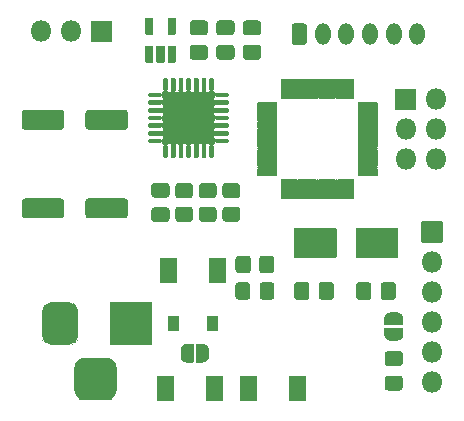
<source format=gts>
G04 #@! TF.GenerationSoftware,KiCad,Pcbnew,(5.1.12)-1*
G04 #@! TF.CreationDate,2022-01-11T22:34:17-08:00*
G04 #@! TF.ProjectId,controlBoard,636f6e74-726f-46c4-926f-6172642e6b69,rev?*
G04 #@! TF.SameCoordinates,Original*
G04 #@! TF.FileFunction,Soldermask,Top*
G04 #@! TF.FilePolarity,Negative*
%FSLAX46Y46*%
G04 Gerber Fmt 4.6, Leading zero omitted, Abs format (unit mm)*
G04 Created by KiCad (PCBNEW (5.1.12)-1) date 2022-01-11 22:34:17*
%MOMM*%
%LPD*%
G01*
G04 APERTURE LIST*
%ADD10C,0.100000*%
%ADD11O,1.800000X1.800000*%
%ADD12O,1.300000X1.850000*%
G04 APERTURE END LIST*
G36*
G01*
X152580000Y-68540000D02*
X152020000Y-68540000D01*
G75*
G02*
X151950000Y-68470000I0J70000D01*
G01*
X151950000Y-67160000D01*
G75*
G02*
X152020000Y-67090000I70000J0D01*
G01*
X152580000Y-67090000D01*
G75*
G02*
X152650000Y-67160000I0J-70000D01*
G01*
X152650000Y-68470000D01*
G75*
G02*
X152580000Y-68540000I-70000J0D01*
G01*
G37*
G36*
G01*
X154480000Y-68540000D02*
X153920000Y-68540000D01*
G75*
G02*
X153850000Y-68470000I0J70000D01*
G01*
X153850000Y-67160000D01*
G75*
G02*
X153920000Y-67090000I70000J0D01*
G01*
X154480000Y-67090000D01*
G75*
G02*
X154550000Y-67160000I0J-70000D01*
G01*
X154550000Y-68470000D01*
G75*
G02*
X154480000Y-68540000I-70000J0D01*
G01*
G37*
G36*
G01*
X154480000Y-70910000D02*
X153920000Y-70910000D01*
G75*
G02*
X153850000Y-70840000I0J70000D01*
G01*
X153850000Y-69530000D01*
G75*
G02*
X153920000Y-69460000I70000J0D01*
G01*
X154480000Y-69460000D01*
G75*
G02*
X154550000Y-69530000I0J-70000D01*
G01*
X154550000Y-70840000D01*
G75*
G02*
X154480000Y-70910000I-70000J0D01*
G01*
G37*
G36*
G01*
X153530000Y-70910000D02*
X152970000Y-70910000D01*
G75*
G02*
X152900000Y-70840000I0J70000D01*
G01*
X152900000Y-69530000D01*
G75*
G02*
X152970000Y-69460000I70000J0D01*
G01*
X153530000Y-69460000D01*
G75*
G02*
X153600000Y-69530000I0J-70000D01*
G01*
X153600000Y-70840000D01*
G75*
G02*
X153530000Y-70910000I-70000J0D01*
G01*
G37*
G36*
G01*
X152580000Y-70910000D02*
X152020000Y-70910000D01*
G75*
G02*
X151950000Y-70840000I0J70000D01*
G01*
X151950000Y-69530000D01*
G75*
G02*
X152020000Y-69460000I70000J0D01*
G01*
X152580000Y-69460000D01*
G75*
G02*
X152650000Y-69530000I0J-70000D01*
G01*
X152650000Y-70840000D01*
G75*
G02*
X152580000Y-70910000I-70000J0D01*
G01*
G37*
G36*
G01*
X155996276Y-67325000D02*
X157003724Y-67325000D01*
G75*
G02*
X157275000Y-67596276I0J-271276D01*
G01*
X157275000Y-68328724D01*
G75*
G02*
X157003724Y-68600000I-271276J0D01*
G01*
X155996276Y-68600000D01*
G75*
G02*
X155725000Y-68328724I0J271276D01*
G01*
X155725000Y-67596276D01*
G75*
G02*
X155996276Y-67325000I271276J0D01*
G01*
G37*
G36*
G01*
X155996276Y-69400000D02*
X157003724Y-69400000D01*
G75*
G02*
X157275000Y-69671276I0J-271276D01*
G01*
X157275000Y-70403724D01*
G75*
G02*
X157003724Y-70675000I-271276J0D01*
G01*
X155996276Y-70675000D01*
G75*
G02*
X155725000Y-70403724I0J271276D01*
G01*
X155725000Y-69671276D01*
G75*
G02*
X155996276Y-69400000I271276J0D01*
G01*
G37*
D10*
G36*
X156806111Y-94700602D02*
G01*
X156824534Y-94700602D01*
X156829435Y-94700843D01*
X156878266Y-94705653D01*
X156883119Y-94706373D01*
X156931244Y-94715945D01*
X156936005Y-94717137D01*
X156982960Y-94731381D01*
X156987579Y-94733034D01*
X157032912Y-94751811D01*
X157037349Y-94753909D01*
X157080622Y-94777040D01*
X157084829Y-94779562D01*
X157125628Y-94806822D01*
X157129570Y-94809746D01*
X157167499Y-94840874D01*
X157171134Y-94844169D01*
X157205831Y-94878866D01*
X157209126Y-94882501D01*
X157240254Y-94920430D01*
X157243178Y-94924372D01*
X157270438Y-94965171D01*
X157272960Y-94969378D01*
X157296091Y-95012651D01*
X157298189Y-95017088D01*
X157316966Y-95062421D01*
X157318619Y-95067040D01*
X157332863Y-95113995D01*
X157334055Y-95118756D01*
X157343627Y-95166881D01*
X157344347Y-95171734D01*
X157349157Y-95220565D01*
X157349398Y-95225466D01*
X157349398Y-95243889D01*
X157350000Y-95250000D01*
X157350000Y-95750000D01*
X157349398Y-95756111D01*
X157349398Y-95774534D01*
X157349157Y-95779435D01*
X157344347Y-95828266D01*
X157343627Y-95833119D01*
X157334055Y-95881244D01*
X157332863Y-95886005D01*
X157318619Y-95932960D01*
X157316966Y-95937579D01*
X157298189Y-95982912D01*
X157296091Y-95987349D01*
X157272960Y-96030622D01*
X157270438Y-96034829D01*
X157243178Y-96075628D01*
X157240254Y-96079570D01*
X157209126Y-96117499D01*
X157205831Y-96121134D01*
X157171134Y-96155831D01*
X157167499Y-96159126D01*
X157129570Y-96190254D01*
X157125628Y-96193178D01*
X157084829Y-96220438D01*
X157080622Y-96222960D01*
X157037349Y-96246091D01*
X157032912Y-96248189D01*
X156987579Y-96266966D01*
X156982960Y-96268619D01*
X156936005Y-96282863D01*
X156931244Y-96284055D01*
X156883119Y-96293627D01*
X156878266Y-96294347D01*
X156829435Y-96299157D01*
X156824534Y-96299398D01*
X156806111Y-96299398D01*
X156800000Y-96300000D01*
X156300000Y-96300000D01*
X156290245Y-96299039D01*
X156280866Y-96296194D01*
X156272221Y-96291573D01*
X156264645Y-96285355D01*
X156258427Y-96277779D01*
X156253806Y-96269134D01*
X156250961Y-96259755D01*
X156250000Y-96250000D01*
X156250000Y-94750000D01*
X156250961Y-94740245D01*
X156253806Y-94730866D01*
X156258427Y-94722221D01*
X156264645Y-94714645D01*
X156272221Y-94708427D01*
X156280866Y-94703806D01*
X156290245Y-94700961D01*
X156300000Y-94700000D01*
X156800000Y-94700000D01*
X156806111Y-94700602D01*
G37*
G36*
X156009755Y-94700961D02*
G01*
X156019134Y-94703806D01*
X156027779Y-94708427D01*
X156035355Y-94714645D01*
X156041573Y-94722221D01*
X156046194Y-94730866D01*
X156049039Y-94740245D01*
X156050000Y-94750000D01*
X156050000Y-96250000D01*
X156049039Y-96259755D01*
X156046194Y-96269134D01*
X156041573Y-96277779D01*
X156035355Y-96285355D01*
X156027779Y-96291573D01*
X156019134Y-96296194D01*
X156009755Y-96299039D01*
X156000000Y-96300000D01*
X155500000Y-96300000D01*
X155493889Y-96299398D01*
X155475466Y-96299398D01*
X155470565Y-96299157D01*
X155421734Y-96294347D01*
X155416881Y-96293627D01*
X155368756Y-96284055D01*
X155363995Y-96282863D01*
X155317040Y-96268619D01*
X155312421Y-96266966D01*
X155267088Y-96248189D01*
X155262651Y-96246091D01*
X155219378Y-96222960D01*
X155215171Y-96220438D01*
X155174372Y-96193178D01*
X155170430Y-96190254D01*
X155132501Y-96159126D01*
X155128866Y-96155831D01*
X155094169Y-96121134D01*
X155090874Y-96117499D01*
X155059746Y-96079570D01*
X155056822Y-96075628D01*
X155029562Y-96034829D01*
X155027040Y-96030622D01*
X155003909Y-95987349D01*
X155001811Y-95982912D01*
X154983034Y-95937579D01*
X154981381Y-95932960D01*
X154967137Y-95886005D01*
X154965945Y-95881244D01*
X154956373Y-95833119D01*
X154955653Y-95828266D01*
X154950843Y-95779435D01*
X154950602Y-95774534D01*
X154950602Y-95756111D01*
X154950000Y-95750000D01*
X154950000Y-95250000D01*
X154950602Y-95243889D01*
X154950602Y-95225466D01*
X154950843Y-95220565D01*
X154955653Y-95171734D01*
X154956373Y-95166881D01*
X154965945Y-95118756D01*
X154967137Y-95113995D01*
X154981381Y-95067040D01*
X154983034Y-95062421D01*
X155001811Y-95017088D01*
X155003909Y-95012651D01*
X155027040Y-94969378D01*
X155029562Y-94965171D01*
X155056822Y-94924372D01*
X155059746Y-94920430D01*
X155090874Y-94882501D01*
X155094169Y-94878866D01*
X155128866Y-94844169D01*
X155132501Y-94840874D01*
X155170430Y-94809746D01*
X155174372Y-94806822D01*
X155215171Y-94779562D01*
X155219378Y-94777040D01*
X155262651Y-94753909D01*
X155267088Y-94751811D01*
X155312421Y-94733034D01*
X155317040Y-94731381D01*
X155363995Y-94717137D01*
X155368756Y-94715945D01*
X155416881Y-94706373D01*
X155421734Y-94705653D01*
X155470565Y-94700843D01*
X155475466Y-94700602D01*
X155493889Y-94700602D01*
X155500000Y-94700000D01*
X156000000Y-94700000D01*
X156009755Y-94700961D01*
G37*
G36*
G01*
X163150000Y-79911000D02*
X163150000Y-80461000D01*
G75*
G02*
X163100000Y-80511000I-50000J0D01*
G01*
X161500000Y-80511000D01*
G75*
G02*
X161450000Y-80461000I0J50000D01*
G01*
X161450000Y-79911000D01*
G75*
G02*
X161500000Y-79861000I50000J0D01*
G01*
X163100000Y-79861000D01*
G75*
G02*
X163150000Y-79911000I0J-50000D01*
G01*
G37*
G36*
G01*
X163150000Y-79111000D02*
X163150000Y-79661000D01*
G75*
G02*
X163100000Y-79711000I-50000J0D01*
G01*
X161500000Y-79711000D01*
G75*
G02*
X161450000Y-79661000I0J50000D01*
G01*
X161450000Y-79111000D01*
G75*
G02*
X161500000Y-79061000I50000J0D01*
G01*
X163100000Y-79061000D01*
G75*
G02*
X163150000Y-79111000I0J-50000D01*
G01*
G37*
G36*
G01*
X163150000Y-78311000D02*
X163150000Y-78861000D01*
G75*
G02*
X163100000Y-78911000I-50000J0D01*
G01*
X161500000Y-78911000D01*
G75*
G02*
X161450000Y-78861000I0J50000D01*
G01*
X161450000Y-78311000D01*
G75*
G02*
X161500000Y-78261000I50000J0D01*
G01*
X163100000Y-78261000D01*
G75*
G02*
X163150000Y-78311000I0J-50000D01*
G01*
G37*
G36*
G01*
X163150000Y-77511000D02*
X163150000Y-78061000D01*
G75*
G02*
X163100000Y-78111000I-50000J0D01*
G01*
X161500000Y-78111000D01*
G75*
G02*
X161450000Y-78061000I0J50000D01*
G01*
X161450000Y-77511000D01*
G75*
G02*
X161500000Y-77461000I50000J0D01*
G01*
X163100000Y-77461000D01*
G75*
G02*
X163150000Y-77511000I0J-50000D01*
G01*
G37*
G36*
G01*
X163150000Y-76711000D02*
X163150000Y-77261000D01*
G75*
G02*
X163100000Y-77311000I-50000J0D01*
G01*
X161500000Y-77311000D01*
G75*
G02*
X161450000Y-77261000I0J50000D01*
G01*
X161450000Y-76711000D01*
G75*
G02*
X161500000Y-76661000I50000J0D01*
G01*
X163100000Y-76661000D01*
G75*
G02*
X163150000Y-76711000I0J-50000D01*
G01*
G37*
G36*
G01*
X163150000Y-75911000D02*
X163150000Y-76461000D01*
G75*
G02*
X163100000Y-76511000I-50000J0D01*
G01*
X161500000Y-76511000D01*
G75*
G02*
X161450000Y-76461000I0J50000D01*
G01*
X161450000Y-75911000D01*
G75*
G02*
X161500000Y-75861000I50000J0D01*
G01*
X163100000Y-75861000D01*
G75*
G02*
X163150000Y-75911000I0J-50000D01*
G01*
G37*
G36*
G01*
X163150000Y-75111000D02*
X163150000Y-75661000D01*
G75*
G02*
X163100000Y-75711000I-50000J0D01*
G01*
X161500000Y-75711000D01*
G75*
G02*
X161450000Y-75661000I0J50000D01*
G01*
X161450000Y-75111000D01*
G75*
G02*
X161500000Y-75061000I50000J0D01*
G01*
X163100000Y-75061000D01*
G75*
G02*
X163150000Y-75111000I0J-50000D01*
G01*
G37*
G36*
G01*
X163150000Y-74311000D02*
X163150000Y-74861000D01*
G75*
G02*
X163100000Y-74911000I-50000J0D01*
G01*
X161500000Y-74911000D01*
G75*
G02*
X161450000Y-74861000I0J50000D01*
G01*
X161450000Y-74311000D01*
G75*
G02*
X161500000Y-74261000I50000J0D01*
G01*
X163100000Y-74261000D01*
G75*
G02*
X163150000Y-74311000I0J-50000D01*
G01*
G37*
G36*
G01*
X164025000Y-73986000D02*
X163475000Y-73986000D01*
G75*
G02*
X163425000Y-73936000I0J50000D01*
G01*
X163425000Y-72336000D01*
G75*
G02*
X163475000Y-72286000I50000J0D01*
G01*
X164025000Y-72286000D01*
G75*
G02*
X164075000Y-72336000I0J-50000D01*
G01*
X164075000Y-73936000D01*
G75*
G02*
X164025000Y-73986000I-50000J0D01*
G01*
G37*
G36*
G01*
X164825000Y-73986000D02*
X164275000Y-73986000D01*
G75*
G02*
X164225000Y-73936000I0J50000D01*
G01*
X164225000Y-72336000D01*
G75*
G02*
X164275000Y-72286000I50000J0D01*
G01*
X164825000Y-72286000D01*
G75*
G02*
X164875000Y-72336000I0J-50000D01*
G01*
X164875000Y-73936000D01*
G75*
G02*
X164825000Y-73986000I-50000J0D01*
G01*
G37*
G36*
G01*
X165625000Y-73986000D02*
X165075000Y-73986000D01*
G75*
G02*
X165025000Y-73936000I0J50000D01*
G01*
X165025000Y-72336000D01*
G75*
G02*
X165075000Y-72286000I50000J0D01*
G01*
X165625000Y-72286000D01*
G75*
G02*
X165675000Y-72336000I0J-50000D01*
G01*
X165675000Y-73936000D01*
G75*
G02*
X165625000Y-73986000I-50000J0D01*
G01*
G37*
G36*
G01*
X166425000Y-73986000D02*
X165875000Y-73986000D01*
G75*
G02*
X165825000Y-73936000I0J50000D01*
G01*
X165825000Y-72336000D01*
G75*
G02*
X165875000Y-72286000I50000J0D01*
G01*
X166425000Y-72286000D01*
G75*
G02*
X166475000Y-72336000I0J-50000D01*
G01*
X166475000Y-73936000D01*
G75*
G02*
X166425000Y-73986000I-50000J0D01*
G01*
G37*
G36*
G01*
X167225000Y-73986000D02*
X166675000Y-73986000D01*
G75*
G02*
X166625000Y-73936000I0J50000D01*
G01*
X166625000Y-72336000D01*
G75*
G02*
X166675000Y-72286000I50000J0D01*
G01*
X167225000Y-72286000D01*
G75*
G02*
X167275000Y-72336000I0J-50000D01*
G01*
X167275000Y-73936000D01*
G75*
G02*
X167225000Y-73986000I-50000J0D01*
G01*
G37*
G36*
G01*
X168025000Y-73986000D02*
X167475000Y-73986000D01*
G75*
G02*
X167425000Y-73936000I0J50000D01*
G01*
X167425000Y-72336000D01*
G75*
G02*
X167475000Y-72286000I50000J0D01*
G01*
X168025000Y-72286000D01*
G75*
G02*
X168075000Y-72336000I0J-50000D01*
G01*
X168075000Y-73936000D01*
G75*
G02*
X168025000Y-73986000I-50000J0D01*
G01*
G37*
G36*
G01*
X168825000Y-73986000D02*
X168275000Y-73986000D01*
G75*
G02*
X168225000Y-73936000I0J50000D01*
G01*
X168225000Y-72336000D01*
G75*
G02*
X168275000Y-72286000I50000J0D01*
G01*
X168825000Y-72286000D01*
G75*
G02*
X168875000Y-72336000I0J-50000D01*
G01*
X168875000Y-73936000D01*
G75*
G02*
X168825000Y-73986000I-50000J0D01*
G01*
G37*
G36*
G01*
X169625000Y-73986000D02*
X169075000Y-73986000D01*
G75*
G02*
X169025000Y-73936000I0J50000D01*
G01*
X169025000Y-72336000D01*
G75*
G02*
X169075000Y-72286000I50000J0D01*
G01*
X169625000Y-72286000D01*
G75*
G02*
X169675000Y-72336000I0J-50000D01*
G01*
X169675000Y-73936000D01*
G75*
G02*
X169625000Y-73986000I-50000J0D01*
G01*
G37*
G36*
G01*
X171650000Y-74311000D02*
X171650000Y-74861000D01*
G75*
G02*
X171600000Y-74911000I-50000J0D01*
G01*
X170000000Y-74911000D01*
G75*
G02*
X169950000Y-74861000I0J50000D01*
G01*
X169950000Y-74311000D01*
G75*
G02*
X170000000Y-74261000I50000J0D01*
G01*
X171600000Y-74261000D01*
G75*
G02*
X171650000Y-74311000I0J-50000D01*
G01*
G37*
G36*
G01*
X171650000Y-75111000D02*
X171650000Y-75661000D01*
G75*
G02*
X171600000Y-75711000I-50000J0D01*
G01*
X170000000Y-75711000D01*
G75*
G02*
X169950000Y-75661000I0J50000D01*
G01*
X169950000Y-75111000D01*
G75*
G02*
X170000000Y-75061000I50000J0D01*
G01*
X171600000Y-75061000D01*
G75*
G02*
X171650000Y-75111000I0J-50000D01*
G01*
G37*
G36*
G01*
X171650000Y-75911000D02*
X171650000Y-76461000D01*
G75*
G02*
X171600000Y-76511000I-50000J0D01*
G01*
X170000000Y-76511000D01*
G75*
G02*
X169950000Y-76461000I0J50000D01*
G01*
X169950000Y-75911000D01*
G75*
G02*
X170000000Y-75861000I50000J0D01*
G01*
X171600000Y-75861000D01*
G75*
G02*
X171650000Y-75911000I0J-50000D01*
G01*
G37*
G36*
G01*
X171650000Y-76711000D02*
X171650000Y-77261000D01*
G75*
G02*
X171600000Y-77311000I-50000J0D01*
G01*
X170000000Y-77311000D01*
G75*
G02*
X169950000Y-77261000I0J50000D01*
G01*
X169950000Y-76711000D01*
G75*
G02*
X170000000Y-76661000I50000J0D01*
G01*
X171600000Y-76661000D01*
G75*
G02*
X171650000Y-76711000I0J-50000D01*
G01*
G37*
G36*
G01*
X171650000Y-77511000D02*
X171650000Y-78061000D01*
G75*
G02*
X171600000Y-78111000I-50000J0D01*
G01*
X170000000Y-78111000D01*
G75*
G02*
X169950000Y-78061000I0J50000D01*
G01*
X169950000Y-77511000D01*
G75*
G02*
X170000000Y-77461000I50000J0D01*
G01*
X171600000Y-77461000D01*
G75*
G02*
X171650000Y-77511000I0J-50000D01*
G01*
G37*
G36*
G01*
X171650000Y-78311000D02*
X171650000Y-78861000D01*
G75*
G02*
X171600000Y-78911000I-50000J0D01*
G01*
X170000000Y-78911000D01*
G75*
G02*
X169950000Y-78861000I0J50000D01*
G01*
X169950000Y-78311000D01*
G75*
G02*
X170000000Y-78261000I50000J0D01*
G01*
X171600000Y-78261000D01*
G75*
G02*
X171650000Y-78311000I0J-50000D01*
G01*
G37*
G36*
G01*
X171650000Y-79111000D02*
X171650000Y-79661000D01*
G75*
G02*
X171600000Y-79711000I-50000J0D01*
G01*
X170000000Y-79711000D01*
G75*
G02*
X169950000Y-79661000I0J50000D01*
G01*
X169950000Y-79111000D01*
G75*
G02*
X170000000Y-79061000I50000J0D01*
G01*
X171600000Y-79061000D01*
G75*
G02*
X171650000Y-79111000I0J-50000D01*
G01*
G37*
G36*
G01*
X171650000Y-79911000D02*
X171650000Y-80461000D01*
G75*
G02*
X171600000Y-80511000I-50000J0D01*
G01*
X170000000Y-80511000D01*
G75*
G02*
X169950000Y-80461000I0J50000D01*
G01*
X169950000Y-79911000D01*
G75*
G02*
X170000000Y-79861000I50000J0D01*
G01*
X171600000Y-79861000D01*
G75*
G02*
X171650000Y-79911000I0J-50000D01*
G01*
G37*
G36*
G01*
X169625000Y-82486000D02*
X169075000Y-82486000D01*
G75*
G02*
X169025000Y-82436000I0J50000D01*
G01*
X169025000Y-80836000D01*
G75*
G02*
X169075000Y-80786000I50000J0D01*
G01*
X169625000Y-80786000D01*
G75*
G02*
X169675000Y-80836000I0J-50000D01*
G01*
X169675000Y-82436000D01*
G75*
G02*
X169625000Y-82486000I-50000J0D01*
G01*
G37*
G36*
G01*
X168825000Y-82486000D02*
X168275000Y-82486000D01*
G75*
G02*
X168225000Y-82436000I0J50000D01*
G01*
X168225000Y-80836000D01*
G75*
G02*
X168275000Y-80786000I50000J0D01*
G01*
X168825000Y-80786000D01*
G75*
G02*
X168875000Y-80836000I0J-50000D01*
G01*
X168875000Y-82436000D01*
G75*
G02*
X168825000Y-82486000I-50000J0D01*
G01*
G37*
G36*
G01*
X168025000Y-82486000D02*
X167475000Y-82486000D01*
G75*
G02*
X167425000Y-82436000I0J50000D01*
G01*
X167425000Y-80836000D01*
G75*
G02*
X167475000Y-80786000I50000J0D01*
G01*
X168025000Y-80786000D01*
G75*
G02*
X168075000Y-80836000I0J-50000D01*
G01*
X168075000Y-82436000D01*
G75*
G02*
X168025000Y-82486000I-50000J0D01*
G01*
G37*
G36*
G01*
X167225000Y-82486000D02*
X166675000Y-82486000D01*
G75*
G02*
X166625000Y-82436000I0J50000D01*
G01*
X166625000Y-80836000D01*
G75*
G02*
X166675000Y-80786000I50000J0D01*
G01*
X167225000Y-80786000D01*
G75*
G02*
X167275000Y-80836000I0J-50000D01*
G01*
X167275000Y-82436000D01*
G75*
G02*
X167225000Y-82486000I-50000J0D01*
G01*
G37*
G36*
G01*
X166425000Y-82486000D02*
X165875000Y-82486000D01*
G75*
G02*
X165825000Y-82436000I0J50000D01*
G01*
X165825000Y-80836000D01*
G75*
G02*
X165875000Y-80786000I50000J0D01*
G01*
X166425000Y-80786000D01*
G75*
G02*
X166475000Y-80836000I0J-50000D01*
G01*
X166475000Y-82436000D01*
G75*
G02*
X166425000Y-82486000I-50000J0D01*
G01*
G37*
G36*
G01*
X165625000Y-82486000D02*
X165075000Y-82486000D01*
G75*
G02*
X165025000Y-82436000I0J50000D01*
G01*
X165025000Y-80836000D01*
G75*
G02*
X165075000Y-80786000I50000J0D01*
G01*
X165625000Y-80786000D01*
G75*
G02*
X165675000Y-80836000I0J-50000D01*
G01*
X165675000Y-82436000D01*
G75*
G02*
X165625000Y-82486000I-50000J0D01*
G01*
G37*
G36*
G01*
X164825000Y-82486000D02*
X164275000Y-82486000D01*
G75*
G02*
X164225000Y-82436000I0J50000D01*
G01*
X164225000Y-80836000D01*
G75*
G02*
X164275000Y-80786000I50000J0D01*
G01*
X164825000Y-80786000D01*
G75*
G02*
X164875000Y-80836000I0J-50000D01*
G01*
X164875000Y-82436000D01*
G75*
G02*
X164825000Y-82486000I-50000J0D01*
G01*
G37*
G36*
G01*
X164025000Y-82486000D02*
X163475000Y-82486000D01*
G75*
G02*
X163425000Y-82436000I0J50000D01*
G01*
X163425000Y-80836000D01*
G75*
G02*
X163475000Y-80786000I50000J0D01*
G01*
X164025000Y-80786000D01*
G75*
G02*
X164075000Y-80836000I0J-50000D01*
G01*
X164075000Y-82436000D01*
G75*
G02*
X164025000Y-82486000I-50000J0D01*
G01*
G37*
G36*
G01*
X161600000Y-88479168D02*
X161600000Y-87520832D01*
G75*
G02*
X161870832Y-87250000I270832J0D01*
G01*
X162629168Y-87250000D01*
G75*
G02*
X162900000Y-87520832I0J-270832D01*
G01*
X162900000Y-88479168D01*
G75*
G02*
X162629168Y-88750000I-270832J0D01*
G01*
X161870832Y-88750000D01*
G75*
G02*
X161600000Y-88479168I0J270832D01*
G01*
G37*
G36*
G01*
X159600000Y-88479168D02*
X159600000Y-87520832D01*
G75*
G02*
X159870832Y-87250000I270832J0D01*
G01*
X160629168Y-87250000D01*
G75*
G02*
X160900000Y-87520832I0J-270832D01*
G01*
X160900000Y-88479168D01*
G75*
G02*
X160629168Y-88750000I-270832J0D01*
G01*
X159870832Y-88750000D01*
G75*
G02*
X159600000Y-88479168I0J270832D01*
G01*
G37*
G36*
G01*
X160850000Y-89771738D02*
X160850000Y-90728262D01*
G75*
G02*
X160578262Y-91000000I-271738J0D01*
G01*
X159871738Y-91000000D01*
G75*
G02*
X159600000Y-90728262I0J271738D01*
G01*
X159600000Y-89771738D01*
G75*
G02*
X159871738Y-89500000I271738J0D01*
G01*
X160578262Y-89500000D01*
G75*
G02*
X160850000Y-89771738I0J-271738D01*
G01*
G37*
G36*
G01*
X162900000Y-89771738D02*
X162900000Y-90728262D01*
G75*
G02*
X162628262Y-91000000I-271738J0D01*
G01*
X161921738Y-91000000D01*
G75*
G02*
X161650000Y-90728262I0J271738D01*
G01*
X161650000Y-89771738D01*
G75*
G02*
X161921738Y-89500000I271738J0D01*
G01*
X162628262Y-89500000D01*
G75*
G02*
X162900000Y-89771738I0J-271738D01*
G01*
G37*
D11*
X176540000Y-79080000D03*
X174000000Y-79080000D03*
X176540000Y-76540000D03*
X174000000Y-76540000D03*
X176540000Y-74000000D03*
G36*
G01*
X173100000Y-74850000D02*
X173100000Y-73150000D01*
G75*
G02*
X173150000Y-73100000I50000J0D01*
G01*
X174850000Y-73100000D01*
G75*
G02*
X174900000Y-73150000I0J-50000D01*
G01*
X174900000Y-74850000D01*
G75*
G02*
X174850000Y-74900000I-50000J0D01*
G01*
X173150000Y-74900000D01*
G75*
G02*
X173100000Y-74850000I0J50000D01*
G01*
G37*
G36*
G01*
X157729168Y-82400000D02*
X156770832Y-82400000D01*
G75*
G02*
X156500000Y-82129168I0J270832D01*
G01*
X156500000Y-81370832D01*
G75*
G02*
X156770832Y-81100000I270832J0D01*
G01*
X157729168Y-81100000D01*
G75*
G02*
X158000000Y-81370832I0J-270832D01*
G01*
X158000000Y-82129168D01*
G75*
G02*
X157729168Y-82400000I-270832J0D01*
G01*
G37*
G36*
G01*
X157729168Y-84400000D02*
X156770832Y-84400000D01*
G75*
G02*
X156500000Y-84129168I0J270832D01*
G01*
X156500000Y-83370832D01*
G75*
G02*
X156770832Y-83100000I270832J0D01*
G01*
X157729168Y-83100000D01*
G75*
G02*
X158000000Y-83370832I0J-270832D01*
G01*
X158000000Y-84129168D01*
G75*
G02*
X157729168Y-84400000I-270832J0D01*
G01*
G37*
G36*
G01*
X159729168Y-82400000D02*
X158770832Y-82400000D01*
G75*
G02*
X158500000Y-82129168I0J270832D01*
G01*
X158500000Y-81370832D01*
G75*
G02*
X158770832Y-81100000I270832J0D01*
G01*
X159729168Y-81100000D01*
G75*
G02*
X160000000Y-81370832I0J-270832D01*
G01*
X160000000Y-82129168D01*
G75*
G02*
X159729168Y-82400000I-270832J0D01*
G01*
G37*
G36*
G01*
X159729168Y-84400000D02*
X158770832Y-84400000D01*
G75*
G02*
X158500000Y-84129168I0J270832D01*
G01*
X158500000Y-83370832D01*
G75*
G02*
X158770832Y-83100000I270832J0D01*
G01*
X159729168Y-83100000D01*
G75*
G02*
X160000000Y-83370832I0J-270832D01*
G01*
X160000000Y-84129168D01*
G75*
G02*
X159729168Y-84400000I-270832J0D01*
G01*
G37*
G36*
G01*
X154850000Y-92400000D02*
X154850000Y-93600000D01*
G75*
G02*
X154800000Y-93650000I-50000J0D01*
G01*
X153900000Y-93650000D01*
G75*
G02*
X153850000Y-93600000I0J50000D01*
G01*
X153850000Y-92400000D01*
G75*
G02*
X153900000Y-92350000I50000J0D01*
G01*
X154800000Y-92350000D01*
G75*
G02*
X154850000Y-92400000I0J-50000D01*
G01*
G37*
G36*
G01*
X158150000Y-92400000D02*
X158150000Y-93600000D01*
G75*
G02*
X158100000Y-93650000I-50000J0D01*
G01*
X157200000Y-93650000D01*
G75*
G02*
X157150000Y-93600000I0J50000D01*
G01*
X157150000Y-92400000D01*
G75*
G02*
X157200000Y-92350000I50000J0D01*
G01*
X158100000Y-92350000D01*
G75*
G02*
X158150000Y-92400000I0J-50000D01*
G01*
G37*
G36*
G01*
X145100000Y-75165625D02*
X145100000Y-76334375D01*
G75*
G02*
X144834375Y-76600000I-265625J0D01*
G01*
X141765625Y-76600000D01*
G75*
G02*
X141500000Y-76334375I0J265625D01*
G01*
X141500000Y-75165625D01*
G75*
G02*
X141765625Y-74900000I265625J0D01*
G01*
X144834375Y-74900000D01*
G75*
G02*
X145100000Y-75165625I0J-265625D01*
G01*
G37*
G36*
G01*
X150500000Y-75165625D02*
X150500000Y-76334375D01*
G75*
G02*
X150234375Y-76600000I-265625J0D01*
G01*
X147165625Y-76600000D01*
G75*
G02*
X146900000Y-76334375I0J265625D01*
G01*
X146900000Y-75165625D01*
G75*
G02*
X147165625Y-74900000I265625J0D01*
G01*
X150234375Y-74900000D01*
G75*
G02*
X150500000Y-75165625I0J-265625D01*
G01*
G37*
G36*
G01*
X145100000Y-82665625D02*
X145100000Y-83834375D01*
G75*
G02*
X144834375Y-84100000I-265625J0D01*
G01*
X141765625Y-84100000D01*
G75*
G02*
X141500000Y-83834375I0J265625D01*
G01*
X141500000Y-82665625D01*
G75*
G02*
X141765625Y-82400000I265625J0D01*
G01*
X144834375Y-82400000D01*
G75*
G02*
X145100000Y-82665625I0J-265625D01*
G01*
G37*
G36*
G01*
X150500000Y-82665625D02*
X150500000Y-83834375D01*
G75*
G02*
X150234375Y-84100000I-265625J0D01*
G01*
X147165625Y-84100000D01*
G75*
G02*
X146900000Y-83834375I0J265625D01*
G01*
X146900000Y-82665625D01*
G75*
G02*
X147165625Y-82400000I265625J0D01*
G01*
X150234375Y-82400000D01*
G75*
G02*
X150500000Y-82665625I0J-265625D01*
G01*
G37*
G36*
G01*
X145950000Y-98600000D02*
X145950000Y-96800000D01*
G75*
G02*
X146850000Y-95900000I900000J0D01*
G01*
X148650000Y-95900000D01*
G75*
G02*
X149550000Y-96800000I0J-900000D01*
G01*
X149550000Y-98600000D01*
G75*
G02*
X148650000Y-99500000I-900000J0D01*
G01*
X146850000Y-99500000D01*
G75*
G02*
X145950000Y-98600000I0J900000D01*
G01*
G37*
G36*
G01*
X143200000Y-94025000D02*
X143200000Y-91975000D01*
G75*
G02*
X143975000Y-91200000I775000J0D01*
G01*
X145525000Y-91200000D01*
G75*
G02*
X146300000Y-91975000I0J-775000D01*
G01*
X146300000Y-94025000D01*
G75*
G02*
X145525000Y-94800000I-775000J0D01*
G01*
X143975000Y-94800000D01*
G75*
G02*
X143200000Y-94025000I0J775000D01*
G01*
G37*
G36*
G01*
X148950000Y-94750000D02*
X148950000Y-91250000D01*
G75*
G02*
X149000000Y-91200000I50000J0D01*
G01*
X152500000Y-91200000D01*
G75*
G02*
X152550000Y-91250000I0J-50000D01*
G01*
X152550000Y-94750000D01*
G75*
G02*
X152500000Y-94800000I-50000J0D01*
G01*
X149000000Y-94800000D01*
G75*
G02*
X148950000Y-94750000I0J50000D01*
G01*
G37*
G36*
G01*
X153200000Y-89500000D02*
X153200000Y-87500000D01*
G75*
G02*
X153250000Y-87450000I50000J0D01*
G01*
X154600000Y-87450000D01*
G75*
G02*
X154650000Y-87500000I0J-50000D01*
G01*
X154650000Y-89500000D01*
G75*
G02*
X154600000Y-89550000I-50000J0D01*
G01*
X153250000Y-89550000D01*
G75*
G02*
X153200000Y-89500000I0J50000D01*
G01*
G37*
G36*
G01*
X157350000Y-89500000D02*
X157350000Y-87500000D01*
G75*
G02*
X157400000Y-87450000I50000J0D01*
G01*
X158750000Y-87450000D01*
G75*
G02*
X158800000Y-87500000I0J-50000D01*
G01*
X158800000Y-89500000D01*
G75*
G02*
X158750000Y-89550000I-50000J0D01*
G01*
X157400000Y-89550000D01*
G75*
G02*
X157350000Y-89500000I0J50000D01*
G01*
G37*
D12*
X175000000Y-68500000D03*
X173000000Y-68500000D03*
X171000000Y-68500000D03*
X169000000Y-68500000D03*
X167000000Y-68500000D03*
G36*
G01*
X164350000Y-69154168D02*
X164350000Y-67845832D01*
G75*
G02*
X164620832Y-67575000I270832J0D01*
G01*
X165379168Y-67575000D01*
G75*
G02*
X165650000Y-67845832I0J-270832D01*
G01*
X165650000Y-69154168D01*
G75*
G02*
X165379168Y-69425000I-270832J0D01*
G01*
X164620832Y-69425000D01*
G75*
G02*
X164350000Y-69154168I0J270832D01*
G01*
G37*
D10*
G36*
X173799398Y-93906111D02*
G01*
X173799398Y-93924534D01*
X173799157Y-93929435D01*
X173794347Y-93978266D01*
X173793627Y-93983119D01*
X173784055Y-94031244D01*
X173782863Y-94036005D01*
X173768619Y-94082960D01*
X173766966Y-94087579D01*
X173748189Y-94132912D01*
X173746091Y-94137349D01*
X173722960Y-94180622D01*
X173720438Y-94184829D01*
X173693178Y-94225628D01*
X173690254Y-94229570D01*
X173659126Y-94267499D01*
X173655831Y-94271134D01*
X173621134Y-94305831D01*
X173617499Y-94309126D01*
X173579570Y-94340254D01*
X173575628Y-94343178D01*
X173534829Y-94370438D01*
X173530622Y-94372960D01*
X173487349Y-94396091D01*
X173482912Y-94398189D01*
X173437579Y-94416966D01*
X173432960Y-94418619D01*
X173386005Y-94432863D01*
X173381244Y-94434055D01*
X173333119Y-94443627D01*
X173328266Y-94444347D01*
X173279435Y-94449157D01*
X173274534Y-94449398D01*
X173256111Y-94449398D01*
X173250000Y-94450000D01*
X172750000Y-94450000D01*
X172743889Y-94449398D01*
X172725466Y-94449398D01*
X172720565Y-94449157D01*
X172671734Y-94444347D01*
X172666881Y-94443627D01*
X172618756Y-94434055D01*
X172613995Y-94432863D01*
X172567040Y-94418619D01*
X172562421Y-94416966D01*
X172517088Y-94398189D01*
X172512651Y-94396091D01*
X172469378Y-94372960D01*
X172465171Y-94370438D01*
X172424372Y-94343178D01*
X172420430Y-94340254D01*
X172382501Y-94309126D01*
X172378866Y-94305831D01*
X172344169Y-94271134D01*
X172340874Y-94267499D01*
X172309746Y-94229570D01*
X172306822Y-94225628D01*
X172279562Y-94184829D01*
X172277040Y-94180622D01*
X172253909Y-94137349D01*
X172251811Y-94132912D01*
X172233034Y-94087579D01*
X172231381Y-94082960D01*
X172217137Y-94036005D01*
X172215945Y-94031244D01*
X172206373Y-93983119D01*
X172205653Y-93978266D01*
X172200843Y-93929435D01*
X172200602Y-93924534D01*
X172200602Y-93906111D01*
X172200000Y-93900000D01*
X172200000Y-93400000D01*
X172200961Y-93390245D01*
X172203806Y-93380866D01*
X172208427Y-93372221D01*
X172214645Y-93364645D01*
X172222221Y-93358427D01*
X172230866Y-93353806D01*
X172240245Y-93350961D01*
X172250000Y-93350000D01*
X173750000Y-93350000D01*
X173759755Y-93350961D01*
X173769134Y-93353806D01*
X173777779Y-93358427D01*
X173785355Y-93364645D01*
X173791573Y-93372221D01*
X173796194Y-93380866D01*
X173799039Y-93390245D01*
X173800000Y-93400000D01*
X173800000Y-93900000D01*
X173799398Y-93906111D01*
G37*
G36*
X173799039Y-93109755D02*
G01*
X173796194Y-93119134D01*
X173791573Y-93127779D01*
X173785355Y-93135355D01*
X173777779Y-93141573D01*
X173769134Y-93146194D01*
X173759755Y-93149039D01*
X173750000Y-93150000D01*
X172250000Y-93150000D01*
X172240245Y-93149039D01*
X172230866Y-93146194D01*
X172222221Y-93141573D01*
X172214645Y-93135355D01*
X172208427Y-93127779D01*
X172203806Y-93119134D01*
X172200961Y-93109755D01*
X172200000Y-93100000D01*
X172200000Y-92600000D01*
X172200602Y-92593889D01*
X172200602Y-92575466D01*
X172200843Y-92570565D01*
X172205653Y-92521734D01*
X172206373Y-92516881D01*
X172215945Y-92468756D01*
X172217137Y-92463995D01*
X172231381Y-92417040D01*
X172233034Y-92412421D01*
X172251811Y-92367088D01*
X172253909Y-92362651D01*
X172277040Y-92319378D01*
X172279562Y-92315171D01*
X172306822Y-92274372D01*
X172309746Y-92270430D01*
X172340874Y-92232501D01*
X172344169Y-92228866D01*
X172378866Y-92194169D01*
X172382501Y-92190874D01*
X172420430Y-92159746D01*
X172424372Y-92156822D01*
X172465171Y-92129562D01*
X172469378Y-92127040D01*
X172512651Y-92103909D01*
X172517088Y-92101811D01*
X172562421Y-92083034D01*
X172567040Y-92081381D01*
X172613995Y-92067137D01*
X172618756Y-92065945D01*
X172666881Y-92056373D01*
X172671734Y-92055653D01*
X172720565Y-92050843D01*
X172725466Y-92050602D01*
X172743889Y-92050602D01*
X172750000Y-92050000D01*
X173250000Y-92050000D01*
X173256111Y-92050602D01*
X173274534Y-92050602D01*
X173279435Y-92050843D01*
X173328266Y-92055653D01*
X173333119Y-92056373D01*
X173381244Y-92065945D01*
X173386005Y-92067137D01*
X173432960Y-92081381D01*
X173437579Y-92083034D01*
X173482912Y-92101811D01*
X173487349Y-92103909D01*
X173530622Y-92127040D01*
X173534829Y-92129562D01*
X173575628Y-92156822D01*
X173579570Y-92159746D01*
X173617499Y-92190874D01*
X173621134Y-92194169D01*
X173655831Y-92228866D01*
X173659126Y-92232501D01*
X173690254Y-92270430D01*
X173693178Y-92274372D01*
X173720438Y-92315171D01*
X173722960Y-92319378D01*
X173746091Y-92362651D01*
X173748189Y-92367088D01*
X173766966Y-92412421D01*
X173768619Y-92417040D01*
X173782863Y-92463995D01*
X173784055Y-92468756D01*
X173793627Y-92516881D01*
X173794347Y-92521734D01*
X173799157Y-92570565D01*
X173799398Y-92575466D01*
X173799398Y-92593889D01*
X173800000Y-92600000D01*
X173800000Y-93100000D01*
X173799039Y-93109755D01*
G37*
G36*
G01*
X165550000Y-97500000D02*
X165550000Y-99500000D01*
G75*
G02*
X165500000Y-99550000I-50000J0D01*
G01*
X164150000Y-99550000D01*
G75*
G02*
X164100000Y-99500000I0J50000D01*
G01*
X164100000Y-97500000D01*
G75*
G02*
X164150000Y-97450000I50000J0D01*
G01*
X165500000Y-97450000D01*
G75*
G02*
X165550000Y-97500000I0J-50000D01*
G01*
G37*
G36*
G01*
X161400000Y-97500000D02*
X161400000Y-99500000D01*
G75*
G02*
X161350000Y-99550000I-50000J0D01*
G01*
X160000000Y-99550000D01*
G75*
G02*
X159950000Y-99500000I0J50000D01*
G01*
X159950000Y-97500000D01*
G75*
G02*
X160000000Y-97450000I50000J0D01*
G01*
X161350000Y-97450000D01*
G75*
G02*
X161400000Y-97500000I0J-50000D01*
G01*
G37*
G36*
G01*
X157100000Y-99500000D02*
X157100000Y-97500000D01*
G75*
G02*
X157150000Y-97450000I50000J0D01*
G01*
X158500000Y-97450000D01*
G75*
G02*
X158550000Y-97500000I0J-50000D01*
G01*
X158550000Y-99500000D01*
G75*
G02*
X158500000Y-99550000I-50000J0D01*
G01*
X157150000Y-99550000D01*
G75*
G02*
X157100000Y-99500000I0J50000D01*
G01*
G37*
G36*
G01*
X152950000Y-99500000D02*
X152950000Y-97500000D01*
G75*
G02*
X153000000Y-97450000I50000J0D01*
G01*
X154350000Y-97450000D01*
G75*
G02*
X154400000Y-97500000I0J-50000D01*
G01*
X154400000Y-99500000D01*
G75*
G02*
X154350000Y-99550000I-50000J0D01*
G01*
X153000000Y-99550000D01*
G75*
G02*
X152950000Y-99500000I0J50000D01*
G01*
G37*
D11*
X176250000Y-97950000D03*
X176250000Y-95410000D03*
X176250000Y-92870000D03*
X176250000Y-90330000D03*
X176250000Y-87790000D03*
G36*
G01*
X175350000Y-86100000D02*
X175350000Y-84400000D01*
G75*
G02*
X175400000Y-84350000I50000J0D01*
G01*
X177100000Y-84350000D01*
G75*
G02*
X177150000Y-84400000I0J-50000D01*
G01*
X177150000Y-86100000D01*
G75*
G02*
X177100000Y-86150000I-50000J0D01*
G01*
X175400000Y-86150000D01*
G75*
G02*
X175350000Y-86100000I0J50000D01*
G01*
G37*
G36*
G01*
X169763000Y-87374400D02*
X169763000Y-84974400D01*
G75*
G02*
X169813000Y-84924400I50000J0D01*
G01*
X173313000Y-84924400D01*
G75*
G02*
X173363000Y-84974400I0J-50000D01*
G01*
X173363000Y-87374400D01*
G75*
G02*
X173313000Y-87424400I-50000J0D01*
G01*
X169813000Y-87424400D01*
G75*
G02*
X169763000Y-87374400I0J50000D01*
G01*
G37*
G36*
G01*
X164563000Y-87374400D02*
X164563000Y-84974400D01*
G75*
G02*
X164613000Y-84924400I50000J0D01*
G01*
X168113000Y-84924400D01*
G75*
G02*
X168163000Y-84974400I0J-50000D01*
G01*
X168163000Y-87374400D01*
G75*
G02*
X168113000Y-87424400I-50000J0D01*
G01*
X164613000Y-87424400D01*
G75*
G02*
X164563000Y-87374400I0J50000D01*
G01*
G37*
G36*
G01*
X159253724Y-68600000D02*
X158246276Y-68600000D01*
G75*
G02*
X157975000Y-68328724I0J271276D01*
G01*
X157975000Y-67596276D01*
G75*
G02*
X158246276Y-67325000I271276J0D01*
G01*
X159253724Y-67325000D01*
G75*
G02*
X159525000Y-67596276I0J-271276D01*
G01*
X159525000Y-68328724D01*
G75*
G02*
X159253724Y-68600000I-271276J0D01*
G01*
G37*
G36*
G01*
X159253724Y-70675000D02*
X158246276Y-70675000D01*
G75*
G02*
X157975000Y-70403724I0J271276D01*
G01*
X157975000Y-69671276D01*
G75*
G02*
X158246276Y-69400000I271276J0D01*
G01*
X159253724Y-69400000D01*
G75*
G02*
X159525000Y-69671276I0J-271276D01*
G01*
X159525000Y-70403724D01*
G75*
G02*
X159253724Y-70675000I-271276J0D01*
G01*
G37*
G36*
G01*
X172496276Y-97400000D02*
X173503724Y-97400000D01*
G75*
G02*
X173775000Y-97671276I0J-271276D01*
G01*
X173775000Y-98403724D01*
G75*
G02*
X173503724Y-98675000I-271276J0D01*
G01*
X172496276Y-98675000D01*
G75*
G02*
X172225000Y-98403724I0J271276D01*
G01*
X172225000Y-97671276D01*
G75*
G02*
X172496276Y-97400000I271276J0D01*
G01*
G37*
G36*
G01*
X172496276Y-95325000D02*
X173503724Y-95325000D01*
G75*
G02*
X173775000Y-95596276I0J-271276D01*
G01*
X173775000Y-96328724D01*
G75*
G02*
X173503724Y-96600000I-271276J0D01*
G01*
X172496276Y-96600000D01*
G75*
G02*
X172225000Y-96328724I0J271276D01*
G01*
X172225000Y-95596276D01*
G75*
G02*
X172496276Y-95325000I271276J0D01*
G01*
G37*
G36*
G01*
X157478000Y-72200000D02*
X157678000Y-72200000D01*
G75*
G02*
X157778000Y-72300000I0J-100000D01*
G01*
X157778000Y-73225000D01*
G75*
G02*
X157678000Y-73325000I-100000J0D01*
G01*
X157478000Y-73325000D01*
G75*
G02*
X157378000Y-73225000I0J100000D01*
G01*
X157378000Y-72300000D01*
G75*
G02*
X157478000Y-72200000I100000J0D01*
G01*
G37*
G36*
G01*
X156828000Y-72200000D02*
X157028000Y-72200000D01*
G75*
G02*
X157128000Y-72300000I0J-100000D01*
G01*
X157128000Y-73225000D01*
G75*
G02*
X157028000Y-73325000I-100000J0D01*
G01*
X156828000Y-73325000D01*
G75*
G02*
X156728000Y-73225000I0J100000D01*
G01*
X156728000Y-72300000D01*
G75*
G02*
X156828000Y-72200000I100000J0D01*
G01*
G37*
G36*
G01*
X156178000Y-72200000D02*
X156378000Y-72200000D01*
G75*
G02*
X156478000Y-72300000I0J-100000D01*
G01*
X156478000Y-73225000D01*
G75*
G02*
X156378000Y-73325000I-100000J0D01*
G01*
X156178000Y-73325000D01*
G75*
G02*
X156078000Y-73225000I0J100000D01*
G01*
X156078000Y-72300000D01*
G75*
G02*
X156178000Y-72200000I100000J0D01*
G01*
G37*
G36*
G01*
X155528000Y-72200000D02*
X155728000Y-72200000D01*
G75*
G02*
X155828000Y-72300000I0J-100000D01*
G01*
X155828000Y-73225000D01*
G75*
G02*
X155728000Y-73325000I-100000J0D01*
G01*
X155528000Y-73325000D01*
G75*
G02*
X155428000Y-73225000I0J100000D01*
G01*
X155428000Y-72300000D01*
G75*
G02*
X155528000Y-72200000I100000J0D01*
G01*
G37*
G36*
G01*
X154878000Y-72200000D02*
X155078000Y-72200000D01*
G75*
G02*
X155178000Y-72300000I0J-100000D01*
G01*
X155178000Y-73225000D01*
G75*
G02*
X155078000Y-73325000I-100000J0D01*
G01*
X154878000Y-73325000D01*
G75*
G02*
X154778000Y-73225000I0J100000D01*
G01*
X154778000Y-72300000D01*
G75*
G02*
X154878000Y-72200000I100000J0D01*
G01*
G37*
G36*
G01*
X154228000Y-72200000D02*
X154428000Y-72200000D01*
G75*
G02*
X154528000Y-72300000I0J-100000D01*
G01*
X154528000Y-73225000D01*
G75*
G02*
X154428000Y-73325000I-100000J0D01*
G01*
X154228000Y-73325000D01*
G75*
G02*
X154128000Y-73225000I0J100000D01*
G01*
X154128000Y-72300000D01*
G75*
G02*
X154228000Y-72200000I100000J0D01*
G01*
G37*
G36*
G01*
X153578000Y-72200000D02*
X153778000Y-72200000D01*
G75*
G02*
X153878000Y-72300000I0J-100000D01*
G01*
X153878000Y-73225000D01*
G75*
G02*
X153778000Y-73325000I-100000J0D01*
G01*
X153578000Y-73325000D01*
G75*
G02*
X153478000Y-73225000I0J100000D01*
G01*
X153478000Y-72300000D01*
G75*
G02*
X153578000Y-72200000I100000J0D01*
G01*
G37*
G36*
G01*
X152328000Y-73450000D02*
X153253000Y-73450000D01*
G75*
G02*
X153353000Y-73550000I0J-100000D01*
G01*
X153353000Y-73750000D01*
G75*
G02*
X153253000Y-73850000I-100000J0D01*
G01*
X152328000Y-73850000D01*
G75*
G02*
X152228000Y-73750000I0J100000D01*
G01*
X152228000Y-73550000D01*
G75*
G02*
X152328000Y-73450000I100000J0D01*
G01*
G37*
G36*
G01*
X152328000Y-74100000D02*
X153253000Y-74100000D01*
G75*
G02*
X153353000Y-74200000I0J-100000D01*
G01*
X153353000Y-74400000D01*
G75*
G02*
X153253000Y-74500000I-100000J0D01*
G01*
X152328000Y-74500000D01*
G75*
G02*
X152228000Y-74400000I0J100000D01*
G01*
X152228000Y-74200000D01*
G75*
G02*
X152328000Y-74100000I100000J0D01*
G01*
G37*
G36*
G01*
X152328000Y-74750000D02*
X153253000Y-74750000D01*
G75*
G02*
X153353000Y-74850000I0J-100000D01*
G01*
X153353000Y-75050000D01*
G75*
G02*
X153253000Y-75150000I-100000J0D01*
G01*
X152328000Y-75150000D01*
G75*
G02*
X152228000Y-75050000I0J100000D01*
G01*
X152228000Y-74850000D01*
G75*
G02*
X152328000Y-74750000I100000J0D01*
G01*
G37*
G36*
G01*
X152328000Y-75400000D02*
X153253000Y-75400000D01*
G75*
G02*
X153353000Y-75500000I0J-100000D01*
G01*
X153353000Y-75700000D01*
G75*
G02*
X153253000Y-75800000I-100000J0D01*
G01*
X152328000Y-75800000D01*
G75*
G02*
X152228000Y-75700000I0J100000D01*
G01*
X152228000Y-75500000D01*
G75*
G02*
X152328000Y-75400000I100000J0D01*
G01*
G37*
G36*
G01*
X152328000Y-76050000D02*
X153253000Y-76050000D01*
G75*
G02*
X153353000Y-76150000I0J-100000D01*
G01*
X153353000Y-76350000D01*
G75*
G02*
X153253000Y-76450000I-100000J0D01*
G01*
X152328000Y-76450000D01*
G75*
G02*
X152228000Y-76350000I0J100000D01*
G01*
X152228000Y-76150000D01*
G75*
G02*
X152328000Y-76050000I100000J0D01*
G01*
G37*
G36*
G01*
X152328000Y-76700000D02*
X153253000Y-76700000D01*
G75*
G02*
X153353000Y-76800000I0J-100000D01*
G01*
X153353000Y-77000000D01*
G75*
G02*
X153253000Y-77100000I-100000J0D01*
G01*
X152328000Y-77100000D01*
G75*
G02*
X152228000Y-77000000I0J100000D01*
G01*
X152228000Y-76800000D01*
G75*
G02*
X152328000Y-76700000I100000J0D01*
G01*
G37*
G36*
G01*
X152328000Y-77350000D02*
X153253000Y-77350000D01*
G75*
G02*
X153353000Y-77450000I0J-100000D01*
G01*
X153353000Y-77650000D01*
G75*
G02*
X153253000Y-77750000I-100000J0D01*
G01*
X152328000Y-77750000D01*
G75*
G02*
X152228000Y-77650000I0J100000D01*
G01*
X152228000Y-77450000D01*
G75*
G02*
X152328000Y-77350000I100000J0D01*
G01*
G37*
G36*
G01*
X153578000Y-77875000D02*
X153778000Y-77875000D01*
G75*
G02*
X153878000Y-77975000I0J-100000D01*
G01*
X153878000Y-78900000D01*
G75*
G02*
X153778000Y-79000000I-100000J0D01*
G01*
X153578000Y-79000000D01*
G75*
G02*
X153478000Y-78900000I0J100000D01*
G01*
X153478000Y-77975000D01*
G75*
G02*
X153578000Y-77875000I100000J0D01*
G01*
G37*
G36*
G01*
X154228000Y-77875000D02*
X154428000Y-77875000D01*
G75*
G02*
X154528000Y-77975000I0J-100000D01*
G01*
X154528000Y-78900000D01*
G75*
G02*
X154428000Y-79000000I-100000J0D01*
G01*
X154228000Y-79000000D01*
G75*
G02*
X154128000Y-78900000I0J100000D01*
G01*
X154128000Y-77975000D01*
G75*
G02*
X154228000Y-77875000I100000J0D01*
G01*
G37*
G36*
G01*
X154878000Y-77875000D02*
X155078000Y-77875000D01*
G75*
G02*
X155178000Y-77975000I0J-100000D01*
G01*
X155178000Y-78900000D01*
G75*
G02*
X155078000Y-79000000I-100000J0D01*
G01*
X154878000Y-79000000D01*
G75*
G02*
X154778000Y-78900000I0J100000D01*
G01*
X154778000Y-77975000D01*
G75*
G02*
X154878000Y-77875000I100000J0D01*
G01*
G37*
G36*
G01*
X155528000Y-77875000D02*
X155728000Y-77875000D01*
G75*
G02*
X155828000Y-77975000I0J-100000D01*
G01*
X155828000Y-78900000D01*
G75*
G02*
X155728000Y-79000000I-100000J0D01*
G01*
X155528000Y-79000000D01*
G75*
G02*
X155428000Y-78900000I0J100000D01*
G01*
X155428000Y-77975000D01*
G75*
G02*
X155528000Y-77875000I100000J0D01*
G01*
G37*
G36*
G01*
X156178000Y-77875000D02*
X156378000Y-77875000D01*
G75*
G02*
X156478000Y-77975000I0J-100000D01*
G01*
X156478000Y-78900000D01*
G75*
G02*
X156378000Y-79000000I-100000J0D01*
G01*
X156178000Y-79000000D01*
G75*
G02*
X156078000Y-78900000I0J100000D01*
G01*
X156078000Y-77975000D01*
G75*
G02*
X156178000Y-77875000I100000J0D01*
G01*
G37*
G36*
G01*
X156828000Y-77875000D02*
X157028000Y-77875000D01*
G75*
G02*
X157128000Y-77975000I0J-100000D01*
G01*
X157128000Y-78900000D01*
G75*
G02*
X157028000Y-79000000I-100000J0D01*
G01*
X156828000Y-79000000D01*
G75*
G02*
X156728000Y-78900000I0J100000D01*
G01*
X156728000Y-77975000D01*
G75*
G02*
X156828000Y-77875000I100000J0D01*
G01*
G37*
G36*
G01*
X157478000Y-77875000D02*
X157678000Y-77875000D01*
G75*
G02*
X157778000Y-77975000I0J-100000D01*
G01*
X157778000Y-78900000D01*
G75*
G02*
X157678000Y-79000000I-100000J0D01*
G01*
X157478000Y-79000000D01*
G75*
G02*
X157378000Y-78900000I0J100000D01*
G01*
X157378000Y-77975000D01*
G75*
G02*
X157478000Y-77875000I100000J0D01*
G01*
G37*
G36*
G01*
X158003000Y-77350000D02*
X158928000Y-77350000D01*
G75*
G02*
X159028000Y-77450000I0J-100000D01*
G01*
X159028000Y-77650000D01*
G75*
G02*
X158928000Y-77750000I-100000J0D01*
G01*
X158003000Y-77750000D01*
G75*
G02*
X157903000Y-77650000I0J100000D01*
G01*
X157903000Y-77450000D01*
G75*
G02*
X158003000Y-77350000I100000J0D01*
G01*
G37*
G36*
G01*
X158003000Y-76700000D02*
X158928000Y-76700000D01*
G75*
G02*
X159028000Y-76800000I0J-100000D01*
G01*
X159028000Y-77000000D01*
G75*
G02*
X158928000Y-77100000I-100000J0D01*
G01*
X158003000Y-77100000D01*
G75*
G02*
X157903000Y-77000000I0J100000D01*
G01*
X157903000Y-76800000D01*
G75*
G02*
X158003000Y-76700000I100000J0D01*
G01*
G37*
G36*
G01*
X158003000Y-76050000D02*
X158928000Y-76050000D01*
G75*
G02*
X159028000Y-76150000I0J-100000D01*
G01*
X159028000Y-76350000D01*
G75*
G02*
X158928000Y-76450000I-100000J0D01*
G01*
X158003000Y-76450000D01*
G75*
G02*
X157903000Y-76350000I0J100000D01*
G01*
X157903000Y-76150000D01*
G75*
G02*
X158003000Y-76050000I100000J0D01*
G01*
G37*
G36*
G01*
X158003000Y-75400000D02*
X158928000Y-75400000D01*
G75*
G02*
X159028000Y-75500000I0J-100000D01*
G01*
X159028000Y-75700000D01*
G75*
G02*
X158928000Y-75800000I-100000J0D01*
G01*
X158003000Y-75800000D01*
G75*
G02*
X157903000Y-75700000I0J100000D01*
G01*
X157903000Y-75500000D01*
G75*
G02*
X158003000Y-75400000I100000J0D01*
G01*
G37*
G36*
G01*
X158003000Y-74750000D02*
X158928000Y-74750000D01*
G75*
G02*
X159028000Y-74850000I0J-100000D01*
G01*
X159028000Y-75050000D01*
G75*
G02*
X158928000Y-75150000I-100000J0D01*
G01*
X158003000Y-75150000D01*
G75*
G02*
X157903000Y-75050000I0J100000D01*
G01*
X157903000Y-74850000D01*
G75*
G02*
X158003000Y-74750000I100000J0D01*
G01*
G37*
G36*
G01*
X158003000Y-74100000D02*
X158928000Y-74100000D01*
G75*
G02*
X159028000Y-74200000I0J-100000D01*
G01*
X159028000Y-74400000D01*
G75*
G02*
X158928000Y-74500000I-100000J0D01*
G01*
X158003000Y-74500000D01*
G75*
G02*
X157903000Y-74400000I0J100000D01*
G01*
X157903000Y-74200000D01*
G75*
G02*
X158003000Y-74100000I100000J0D01*
G01*
G37*
G36*
G01*
X158003000Y-73450000D02*
X158928000Y-73450000D01*
G75*
G02*
X159028000Y-73550000I0J-100000D01*
G01*
X159028000Y-73750000D01*
G75*
G02*
X158928000Y-73850000I-100000J0D01*
G01*
X158003000Y-73850000D01*
G75*
G02*
X157903000Y-73750000I0J100000D01*
G01*
X157903000Y-73550000D01*
G75*
G02*
X158003000Y-73450000I100000J0D01*
G01*
G37*
G36*
G01*
X153503000Y-73425000D02*
X157753000Y-73425000D01*
G75*
G02*
X157803000Y-73475000I0J-50000D01*
G01*
X157803000Y-77725000D01*
G75*
G02*
X157753000Y-77775000I-50000J0D01*
G01*
X153503000Y-77775000D01*
G75*
G02*
X153453000Y-77725000I0J50000D01*
G01*
X153453000Y-73475000D01*
G75*
G02*
X153503000Y-73425000I50000J0D01*
G01*
G37*
G36*
G01*
X154770832Y-83100000D02*
X155729168Y-83100000D01*
G75*
G02*
X156000000Y-83370832I0J-270832D01*
G01*
X156000000Y-84129168D01*
G75*
G02*
X155729168Y-84400000I-270832J0D01*
G01*
X154770832Y-84400000D01*
G75*
G02*
X154500000Y-84129168I0J270832D01*
G01*
X154500000Y-83370832D01*
G75*
G02*
X154770832Y-83100000I270832J0D01*
G01*
G37*
G36*
G01*
X154770832Y-81100000D02*
X155729168Y-81100000D01*
G75*
G02*
X156000000Y-81370832I0J-270832D01*
G01*
X156000000Y-82129168D01*
G75*
G02*
X155729168Y-82400000I-270832J0D01*
G01*
X154770832Y-82400000D01*
G75*
G02*
X154500000Y-82129168I0J270832D01*
G01*
X154500000Y-81370832D01*
G75*
G02*
X154770832Y-81100000I270832J0D01*
G01*
G37*
X143170000Y-68250000D03*
X145710000Y-68250000D03*
G36*
G01*
X147400000Y-67350000D02*
X149100000Y-67350000D01*
G75*
G02*
X149150000Y-67400000I0J-50000D01*
G01*
X149150000Y-69100000D01*
G75*
G02*
X149100000Y-69150000I-50000J0D01*
G01*
X147400000Y-69150000D01*
G75*
G02*
X147350000Y-69100000I0J50000D01*
G01*
X147350000Y-67400000D01*
G75*
G02*
X147400000Y-67350000I50000J0D01*
G01*
G37*
G36*
G01*
X160496276Y-69400000D02*
X161503724Y-69400000D01*
G75*
G02*
X161775000Y-69671276I0J-271276D01*
G01*
X161775000Y-70403724D01*
G75*
G02*
X161503724Y-70675000I-271276J0D01*
G01*
X160496276Y-70675000D01*
G75*
G02*
X160225000Y-70403724I0J271276D01*
G01*
X160225000Y-69671276D01*
G75*
G02*
X160496276Y-69400000I271276J0D01*
G01*
G37*
G36*
G01*
X160496276Y-67325000D02*
X161503724Y-67325000D01*
G75*
G02*
X161775000Y-67596276I0J-271276D01*
G01*
X161775000Y-68328724D01*
G75*
G02*
X161503724Y-68600000I-271276J0D01*
G01*
X160496276Y-68600000D01*
G75*
G02*
X160225000Y-68328724I0J271276D01*
G01*
X160225000Y-67596276D01*
G75*
G02*
X160496276Y-67325000I271276J0D01*
G01*
G37*
G36*
G01*
X171100000Y-89746276D02*
X171100000Y-90753724D01*
G75*
G02*
X170828724Y-91025000I-271276J0D01*
G01*
X170096276Y-91025000D01*
G75*
G02*
X169825000Y-90753724I0J271276D01*
G01*
X169825000Y-89746276D01*
G75*
G02*
X170096276Y-89475000I271276J0D01*
G01*
X170828724Y-89475000D01*
G75*
G02*
X171100000Y-89746276I0J-271276D01*
G01*
G37*
G36*
G01*
X173175000Y-89746276D02*
X173175000Y-90753724D01*
G75*
G02*
X172903724Y-91025000I-271276J0D01*
G01*
X172171276Y-91025000D01*
G75*
G02*
X171900000Y-90753724I0J271276D01*
G01*
X171900000Y-89746276D01*
G75*
G02*
X172171276Y-89475000I271276J0D01*
G01*
X172903724Y-89475000D01*
G75*
G02*
X173175000Y-89746276I0J-271276D01*
G01*
G37*
G36*
G01*
X166650000Y-90742124D02*
X166650000Y-89734676D01*
G75*
G02*
X166921276Y-89463400I271276J0D01*
G01*
X167653724Y-89463400D01*
G75*
G02*
X167925000Y-89734676I0J-271276D01*
G01*
X167925000Y-90742124D01*
G75*
G02*
X167653724Y-91013400I-271276J0D01*
G01*
X166921276Y-91013400D01*
G75*
G02*
X166650000Y-90742124I0J271276D01*
G01*
G37*
G36*
G01*
X164575000Y-90742124D02*
X164575000Y-89734676D01*
G75*
G02*
X164846276Y-89463400I271276J0D01*
G01*
X165578724Y-89463400D01*
G75*
G02*
X165850000Y-89734676I0J-271276D01*
G01*
X165850000Y-90742124D01*
G75*
G02*
X165578724Y-91013400I-271276J0D01*
G01*
X164846276Y-91013400D01*
G75*
G02*
X164575000Y-90742124I0J271276D01*
G01*
G37*
G36*
G01*
X153753724Y-84425000D02*
X152746276Y-84425000D01*
G75*
G02*
X152475000Y-84153724I0J271276D01*
G01*
X152475000Y-83421276D01*
G75*
G02*
X152746276Y-83150000I271276J0D01*
G01*
X153753724Y-83150000D01*
G75*
G02*
X154025000Y-83421276I0J-271276D01*
G01*
X154025000Y-84153724D01*
G75*
G02*
X153753724Y-84425000I-271276J0D01*
G01*
G37*
G36*
G01*
X153753724Y-82350000D02*
X152746276Y-82350000D01*
G75*
G02*
X152475000Y-82078724I0J271276D01*
G01*
X152475000Y-81346276D01*
G75*
G02*
X152746276Y-81075000I271276J0D01*
G01*
X153753724Y-81075000D01*
G75*
G02*
X154025000Y-81346276I0J-271276D01*
G01*
X154025000Y-82078724D01*
G75*
G02*
X153753724Y-82350000I-271276J0D01*
G01*
G37*
D10*
G36*
X145951990Y-98599804D02*
G01*
X145969263Y-98775186D01*
X146020365Y-98943646D01*
X146103348Y-99098897D01*
X146215025Y-99234975D01*
X146351103Y-99346652D01*
X146506354Y-99429635D01*
X146674814Y-99480737D01*
X146850196Y-99498010D01*
X146851822Y-99499175D01*
X146851626Y-99501165D01*
X146850000Y-99502000D01*
X146804908Y-99502000D01*
X146804712Y-99501990D01*
X146634073Y-99485183D01*
X146633688Y-99485107D01*
X146474325Y-99436766D01*
X146473963Y-99436616D01*
X146327091Y-99358110D01*
X146326765Y-99357892D01*
X146198032Y-99252245D01*
X146197755Y-99251968D01*
X146092108Y-99123235D01*
X146091890Y-99122909D01*
X146013384Y-98976037D01*
X146013234Y-98975675D01*
X145964893Y-98816312D01*
X145964817Y-98815927D01*
X145948010Y-98645288D01*
X145948000Y-98645092D01*
X145948000Y-98600000D01*
X145949000Y-98598268D01*
X145951000Y-98598268D01*
X145951990Y-98599804D01*
G37*
G36*
X149551165Y-98598374D02*
G01*
X149552000Y-98600000D01*
X149552000Y-98645092D01*
X149551990Y-98645288D01*
X149535183Y-98815927D01*
X149535107Y-98816312D01*
X149486766Y-98975675D01*
X149486616Y-98976037D01*
X149408110Y-99122909D01*
X149407892Y-99123235D01*
X149302245Y-99251968D01*
X149301968Y-99252245D01*
X149173235Y-99357892D01*
X149172909Y-99358110D01*
X149026037Y-99436616D01*
X149025675Y-99436766D01*
X148866312Y-99485107D01*
X148865927Y-99485183D01*
X148695288Y-99501990D01*
X148695092Y-99502000D01*
X148650000Y-99502000D01*
X148648268Y-99501000D01*
X148648268Y-99499000D01*
X148649804Y-99498010D01*
X148825186Y-99480737D01*
X148993646Y-99429635D01*
X149148897Y-99346652D01*
X149284975Y-99234975D01*
X149396652Y-99098897D01*
X149479635Y-98943646D01*
X149530737Y-98775186D01*
X149548010Y-98599804D01*
X149549175Y-98598178D01*
X149551165Y-98598374D01*
G37*
G36*
X146851732Y-95899000D02*
G01*
X146851732Y-95901000D01*
X146850196Y-95901990D01*
X146674814Y-95919263D01*
X146506354Y-95970365D01*
X146351103Y-96053348D01*
X146215025Y-96165025D01*
X146103348Y-96301103D01*
X146020365Y-96456354D01*
X145969263Y-96624814D01*
X145951990Y-96800196D01*
X145950825Y-96801822D01*
X145948835Y-96801626D01*
X145948000Y-96800000D01*
X145948000Y-96754908D01*
X145948010Y-96754712D01*
X145964817Y-96584073D01*
X145964893Y-96583688D01*
X146013234Y-96424325D01*
X146013384Y-96423963D01*
X146091890Y-96277091D01*
X146092108Y-96276765D01*
X146197755Y-96148032D01*
X146198032Y-96147755D01*
X146326765Y-96042108D01*
X146327091Y-96041890D01*
X146473963Y-95963384D01*
X146474325Y-95963234D01*
X146633688Y-95914893D01*
X146634073Y-95914817D01*
X146804712Y-95898010D01*
X146804908Y-95898000D01*
X146850000Y-95898000D01*
X146851732Y-95899000D01*
G37*
G36*
X148695288Y-95898010D02*
G01*
X148865927Y-95914817D01*
X148866312Y-95914893D01*
X149025675Y-95963234D01*
X149026037Y-95963384D01*
X149172909Y-96041890D01*
X149173235Y-96042108D01*
X149301968Y-96147755D01*
X149302245Y-96148032D01*
X149407892Y-96276765D01*
X149408110Y-96277091D01*
X149486616Y-96423963D01*
X149486766Y-96424325D01*
X149535107Y-96583688D01*
X149535183Y-96584073D01*
X149551990Y-96754712D01*
X149552000Y-96754908D01*
X149552000Y-96800000D01*
X149551000Y-96801732D01*
X149549000Y-96801732D01*
X149548010Y-96800196D01*
X149530737Y-96624814D01*
X149479635Y-96456354D01*
X149396652Y-96301103D01*
X149284975Y-96165025D01*
X149148897Y-96053348D01*
X148993646Y-95970365D01*
X148825186Y-95919263D01*
X148649804Y-95901990D01*
X148648178Y-95900825D01*
X148648374Y-95898835D01*
X148650000Y-95898000D01*
X148695092Y-95898000D01*
X148695288Y-95898010D01*
G37*
G36*
X146301165Y-94023374D02*
G01*
X146302000Y-94025000D01*
X146302000Y-94070092D01*
X146301990Y-94070288D01*
X146287585Y-94216540D01*
X146287509Y-94216925D01*
X146246280Y-94352842D01*
X146246130Y-94353204D01*
X146179179Y-94478461D01*
X146178961Y-94478787D01*
X146088856Y-94588579D01*
X146088579Y-94588856D01*
X145978787Y-94678961D01*
X145978461Y-94679179D01*
X145853204Y-94746130D01*
X145852842Y-94746280D01*
X145716925Y-94787509D01*
X145716540Y-94787585D01*
X145570288Y-94801990D01*
X145570092Y-94802000D01*
X145525000Y-94802000D01*
X145523268Y-94801000D01*
X145523268Y-94799000D01*
X145524804Y-94798010D01*
X145675800Y-94783139D01*
X145820811Y-94739150D01*
X145954451Y-94667718D01*
X146071587Y-94571587D01*
X146167718Y-94454451D01*
X146239150Y-94320811D01*
X146283139Y-94175800D01*
X146298010Y-94024804D01*
X146299175Y-94023178D01*
X146301165Y-94023374D01*
G37*
G36*
X143201990Y-94024804D02*
G01*
X143216861Y-94175800D01*
X143260850Y-94320811D01*
X143332282Y-94454451D01*
X143428413Y-94571587D01*
X143545549Y-94667718D01*
X143679189Y-94739150D01*
X143824200Y-94783139D01*
X143975196Y-94798010D01*
X143976822Y-94799175D01*
X143976626Y-94801165D01*
X143975000Y-94802000D01*
X143929908Y-94802000D01*
X143929712Y-94801990D01*
X143783460Y-94787585D01*
X143783075Y-94787509D01*
X143647158Y-94746280D01*
X143646796Y-94746130D01*
X143521539Y-94679179D01*
X143521213Y-94678961D01*
X143411421Y-94588856D01*
X143411144Y-94588579D01*
X143321039Y-94478787D01*
X143320821Y-94478461D01*
X143253870Y-94353204D01*
X143253720Y-94352842D01*
X143212491Y-94216925D01*
X143212415Y-94216540D01*
X143198010Y-94070288D01*
X143198000Y-94070092D01*
X143198000Y-94025000D01*
X143199000Y-94023268D01*
X143201000Y-94023268D01*
X143201990Y-94024804D01*
G37*
G36*
X143976732Y-91199000D02*
G01*
X143976732Y-91201000D01*
X143975196Y-91201990D01*
X143824200Y-91216861D01*
X143679189Y-91260850D01*
X143545549Y-91332282D01*
X143428413Y-91428413D01*
X143332282Y-91545549D01*
X143260850Y-91679189D01*
X143216861Y-91824200D01*
X143201990Y-91975196D01*
X143200825Y-91976822D01*
X143198835Y-91976626D01*
X143198000Y-91975000D01*
X143198000Y-91929908D01*
X143198010Y-91929712D01*
X143212415Y-91783460D01*
X143212491Y-91783075D01*
X143253720Y-91647158D01*
X143253870Y-91646796D01*
X143320821Y-91521539D01*
X143321039Y-91521213D01*
X143411144Y-91411421D01*
X143411421Y-91411144D01*
X143521213Y-91321039D01*
X143521539Y-91320821D01*
X143646796Y-91253870D01*
X143647158Y-91253720D01*
X143783075Y-91212491D01*
X143783460Y-91212415D01*
X143929712Y-91198010D01*
X143929908Y-91198000D01*
X143975000Y-91198000D01*
X143976732Y-91199000D01*
G37*
G36*
X145570288Y-91198010D02*
G01*
X145716540Y-91212415D01*
X145716925Y-91212491D01*
X145852842Y-91253720D01*
X145853204Y-91253870D01*
X145978461Y-91320821D01*
X145978787Y-91321039D01*
X146088579Y-91411144D01*
X146088856Y-91411421D01*
X146178961Y-91521213D01*
X146179179Y-91521539D01*
X146246130Y-91646796D01*
X146246280Y-91647158D01*
X146287509Y-91783075D01*
X146287585Y-91783460D01*
X146301990Y-91929712D01*
X146302000Y-91929908D01*
X146302000Y-91975000D01*
X146301000Y-91976732D01*
X146299000Y-91976732D01*
X146298010Y-91975196D01*
X146283139Y-91824200D01*
X146239150Y-91679189D01*
X146167718Y-91545549D01*
X146071587Y-91428413D01*
X145954451Y-91332282D01*
X145820811Y-91260850D01*
X145675800Y-91216861D01*
X145524804Y-91201990D01*
X145523178Y-91200825D01*
X145523374Y-91198835D01*
X145525000Y-91198000D01*
X145570092Y-91198000D01*
X145570288Y-91198010D01*
G37*
G36*
X164226732Y-80785000D02*
G01*
X164227000Y-80786000D01*
X164227000Y-82486000D01*
X164226000Y-82487732D01*
X164225000Y-82488000D01*
X164075000Y-82488000D01*
X164073268Y-82487000D01*
X164073000Y-82486000D01*
X164073000Y-80786000D01*
X164074000Y-80784268D01*
X164075000Y-80784000D01*
X164225000Y-80784000D01*
X164226732Y-80785000D01*
G37*
G36*
X169026732Y-80785000D02*
G01*
X169027000Y-80786000D01*
X169027000Y-82486000D01*
X169026000Y-82487732D01*
X169025000Y-82488000D01*
X168875000Y-82488000D01*
X168873268Y-82487000D01*
X168873000Y-82486000D01*
X168873000Y-80786000D01*
X168874000Y-80784268D01*
X168875000Y-80784000D01*
X169025000Y-80784000D01*
X169026732Y-80785000D01*
G37*
G36*
X168226732Y-80785000D02*
G01*
X168227000Y-80786000D01*
X168227000Y-82486000D01*
X168226000Y-82487732D01*
X168225000Y-82488000D01*
X168075000Y-82488000D01*
X168073268Y-82487000D01*
X168073000Y-82486000D01*
X168073000Y-80786000D01*
X168074000Y-80784268D01*
X168075000Y-80784000D01*
X168225000Y-80784000D01*
X168226732Y-80785000D01*
G37*
G36*
X167426732Y-80785000D02*
G01*
X167427000Y-80786000D01*
X167427000Y-82486000D01*
X167426000Y-82487732D01*
X167425000Y-82488000D01*
X167275000Y-82488000D01*
X167273268Y-82487000D01*
X167273000Y-82486000D01*
X167273000Y-80786000D01*
X167274000Y-80784268D01*
X167275000Y-80784000D01*
X167425000Y-80784000D01*
X167426732Y-80785000D01*
G37*
G36*
X166626732Y-80785000D02*
G01*
X166627000Y-80786000D01*
X166627000Y-82486000D01*
X166626000Y-82487732D01*
X166625000Y-82488000D01*
X166475000Y-82488000D01*
X166473268Y-82487000D01*
X166473000Y-82486000D01*
X166473000Y-80786000D01*
X166474000Y-80784268D01*
X166475000Y-80784000D01*
X166625000Y-80784000D01*
X166626732Y-80785000D01*
G37*
G36*
X165026732Y-80785000D02*
G01*
X165027000Y-80786000D01*
X165027000Y-82486000D01*
X165026000Y-82487732D01*
X165025000Y-82488000D01*
X164875000Y-82488000D01*
X164873268Y-82487000D01*
X164873000Y-82486000D01*
X164873000Y-80786000D01*
X164874000Y-80784268D01*
X164875000Y-80784000D01*
X165025000Y-80784000D01*
X165026732Y-80785000D01*
G37*
G36*
X165826732Y-80785000D02*
G01*
X165827000Y-80786000D01*
X165827000Y-82486000D01*
X165826000Y-82487732D01*
X165825000Y-82488000D01*
X165675000Y-82488000D01*
X165673268Y-82487000D01*
X165673000Y-82486000D01*
X165673000Y-80786000D01*
X165674000Y-80784268D01*
X165675000Y-80784000D01*
X165825000Y-80784000D01*
X165826732Y-80785000D01*
G37*
G36*
X163151732Y-79710000D02*
G01*
X163152000Y-79711000D01*
X163152000Y-79861000D01*
X163151000Y-79862732D01*
X163150000Y-79863000D01*
X161450000Y-79863000D01*
X161448268Y-79862000D01*
X161448000Y-79861000D01*
X161448000Y-79711000D01*
X161449000Y-79709268D01*
X161450000Y-79709000D01*
X163150000Y-79709000D01*
X163151732Y-79710000D01*
G37*
G36*
X171651732Y-79710000D02*
G01*
X171652000Y-79711000D01*
X171652000Y-79861000D01*
X171651000Y-79862732D01*
X171650000Y-79863000D01*
X169950000Y-79863000D01*
X169948268Y-79862000D01*
X169948000Y-79861000D01*
X169948000Y-79711000D01*
X169949000Y-79709268D01*
X169950000Y-79709000D01*
X171650000Y-79709000D01*
X171651732Y-79710000D01*
G37*
G36*
X163151732Y-78910000D02*
G01*
X163152000Y-78911000D01*
X163152000Y-79061000D01*
X163151000Y-79062732D01*
X163150000Y-79063000D01*
X161450000Y-79063000D01*
X161448268Y-79062000D01*
X161448000Y-79061000D01*
X161448000Y-78911000D01*
X161449000Y-78909268D01*
X161450000Y-78909000D01*
X163150000Y-78909000D01*
X163151732Y-78910000D01*
G37*
G36*
X171651732Y-78910000D02*
G01*
X171652000Y-78911000D01*
X171652000Y-79061000D01*
X171651000Y-79062732D01*
X171650000Y-79063000D01*
X169950000Y-79063000D01*
X169948268Y-79062000D01*
X169948000Y-79061000D01*
X169948000Y-78911000D01*
X169949000Y-78909268D01*
X169950000Y-78909000D01*
X171650000Y-78909000D01*
X171651732Y-78910000D01*
G37*
G36*
X171651732Y-78110000D02*
G01*
X171652000Y-78111000D01*
X171652000Y-78261000D01*
X171651000Y-78262732D01*
X171650000Y-78263000D01*
X169950000Y-78263000D01*
X169948268Y-78262000D01*
X169948000Y-78261000D01*
X169948000Y-78111000D01*
X169949000Y-78109268D01*
X169950000Y-78109000D01*
X171650000Y-78109000D01*
X171651732Y-78110000D01*
G37*
G36*
X163151732Y-78110000D02*
G01*
X163152000Y-78111000D01*
X163152000Y-78261000D01*
X163151000Y-78262732D01*
X163150000Y-78263000D01*
X161450000Y-78263000D01*
X161448268Y-78262000D01*
X161448000Y-78261000D01*
X161448000Y-78111000D01*
X161449000Y-78109268D01*
X161450000Y-78109000D01*
X163150000Y-78109000D01*
X163151732Y-78110000D01*
G37*
G36*
X154620558Y-77774000D02*
G01*
X154620558Y-77776000D01*
X154619022Y-77776990D01*
X154599712Y-77778891D01*
X154581327Y-77784469D01*
X154564386Y-77793524D01*
X154549537Y-77805710D01*
X154537351Y-77820559D01*
X154528296Y-77837500D01*
X154522718Y-77855885D01*
X154520836Y-77874999D01*
X154522723Y-77894163D01*
X154525060Y-77903489D01*
X154528478Y-77914758D01*
X154528554Y-77915143D01*
X154529990Y-77929721D01*
X154530000Y-77929917D01*
X154530000Y-77975000D01*
X154529000Y-77976732D01*
X154527000Y-77976732D01*
X154526010Y-77975196D01*
X154524109Y-77955886D01*
X154518531Y-77937501D01*
X154509476Y-77920559D01*
X154497290Y-77905710D01*
X154482441Y-77893524D01*
X154465499Y-77884469D01*
X154447114Y-77878891D01*
X154427906Y-77877000D01*
X154228094Y-77877000D01*
X154208886Y-77878891D01*
X154190501Y-77884469D01*
X154173559Y-77893524D01*
X154158710Y-77905710D01*
X154146524Y-77920559D01*
X154137469Y-77937501D01*
X154131891Y-77955886D01*
X154129990Y-77975196D01*
X154128825Y-77976822D01*
X154126835Y-77976626D01*
X154126000Y-77975000D01*
X154126000Y-77929917D01*
X154126010Y-77929721D01*
X154127446Y-77915143D01*
X154127522Y-77914758D01*
X154130924Y-77903542D01*
X154134691Y-77884602D01*
X154134692Y-77865397D01*
X154130943Y-77846554D01*
X154123593Y-77828808D01*
X154112921Y-77812835D01*
X154099339Y-77799253D01*
X154083367Y-77788581D01*
X154065621Y-77781230D01*
X154046731Y-77777473D01*
X154037076Y-77776998D01*
X154035395Y-77775914D01*
X154035493Y-77773916D01*
X154037174Y-77773000D01*
X154618826Y-77773000D01*
X154620558Y-77774000D01*
G37*
G36*
X156570558Y-77774000D02*
G01*
X156570558Y-77776000D01*
X156569022Y-77776990D01*
X156549712Y-77778891D01*
X156531327Y-77784469D01*
X156514386Y-77793524D01*
X156499537Y-77805710D01*
X156487351Y-77820559D01*
X156478296Y-77837500D01*
X156472718Y-77855885D01*
X156470836Y-77874999D01*
X156472723Y-77894163D01*
X156475060Y-77903489D01*
X156478478Y-77914758D01*
X156478554Y-77915143D01*
X156479990Y-77929721D01*
X156480000Y-77929917D01*
X156480000Y-77975000D01*
X156479000Y-77976732D01*
X156477000Y-77976732D01*
X156476010Y-77975196D01*
X156474109Y-77955886D01*
X156468531Y-77937501D01*
X156459476Y-77920559D01*
X156447290Y-77905710D01*
X156432441Y-77893524D01*
X156415499Y-77884469D01*
X156397114Y-77878891D01*
X156377906Y-77877000D01*
X156178094Y-77877000D01*
X156158886Y-77878891D01*
X156140501Y-77884469D01*
X156123559Y-77893524D01*
X156108710Y-77905710D01*
X156096524Y-77920559D01*
X156087469Y-77937501D01*
X156081891Y-77955886D01*
X156079990Y-77975196D01*
X156078825Y-77976822D01*
X156076835Y-77976626D01*
X156076000Y-77975000D01*
X156076000Y-77929917D01*
X156076010Y-77929721D01*
X156077446Y-77915143D01*
X156077522Y-77914758D01*
X156080924Y-77903542D01*
X156084691Y-77884602D01*
X156084692Y-77865397D01*
X156080943Y-77846554D01*
X156073593Y-77828808D01*
X156062921Y-77812835D01*
X156049339Y-77799253D01*
X156033367Y-77788581D01*
X156015621Y-77781230D01*
X155996731Y-77777473D01*
X155987076Y-77776998D01*
X155985395Y-77775914D01*
X155985493Y-77773916D01*
X155987174Y-77773000D01*
X156568826Y-77773000D01*
X156570558Y-77774000D01*
G37*
G36*
X157804990Y-77258978D02*
G01*
X157806891Y-77278288D01*
X157812469Y-77296673D01*
X157821524Y-77313614D01*
X157833710Y-77328463D01*
X157848559Y-77340649D01*
X157865500Y-77349704D01*
X157883885Y-77355282D01*
X157902999Y-77357164D01*
X157922163Y-77355277D01*
X157931489Y-77352940D01*
X157942758Y-77349522D01*
X157943143Y-77349446D01*
X157957721Y-77348010D01*
X157957917Y-77348000D01*
X158003000Y-77348000D01*
X158004732Y-77349000D01*
X158004732Y-77351000D01*
X158003196Y-77351990D01*
X157983886Y-77353891D01*
X157965501Y-77359469D01*
X157948559Y-77368524D01*
X157933710Y-77380710D01*
X157921524Y-77395559D01*
X157912469Y-77412501D01*
X157906891Y-77430886D01*
X157905000Y-77450094D01*
X157905000Y-77649906D01*
X157906891Y-77669114D01*
X157912469Y-77687499D01*
X157921524Y-77704441D01*
X157933710Y-77719290D01*
X157948559Y-77731476D01*
X157965501Y-77740531D01*
X157983886Y-77746109D01*
X158003196Y-77748010D01*
X158004822Y-77749175D01*
X158004626Y-77751165D01*
X158003000Y-77752000D01*
X157957917Y-77752000D01*
X157957721Y-77751990D01*
X157943143Y-77750554D01*
X157942758Y-77750478D01*
X157931543Y-77747076D01*
X157912602Y-77743309D01*
X157893397Y-77743308D01*
X157874554Y-77747057D01*
X157856808Y-77754407D01*
X157840835Y-77765079D01*
X157827253Y-77778661D01*
X157819231Y-77790667D01*
X157818511Y-77791320D01*
X157814386Y-77793525D01*
X157799537Y-77805710D01*
X157787351Y-77820559D01*
X157778296Y-77837500D01*
X157772718Y-77855885D01*
X157770836Y-77874999D01*
X157772723Y-77894163D01*
X157775060Y-77903489D01*
X157778478Y-77914758D01*
X157778554Y-77915143D01*
X157779990Y-77929721D01*
X157780000Y-77929917D01*
X157780000Y-77975000D01*
X157779000Y-77976732D01*
X157777000Y-77976732D01*
X157776010Y-77975196D01*
X157774109Y-77955886D01*
X157768531Y-77937501D01*
X157759476Y-77920559D01*
X157747290Y-77905710D01*
X157732441Y-77893524D01*
X157715499Y-77884469D01*
X157697114Y-77878891D01*
X157677906Y-77877000D01*
X157478094Y-77877000D01*
X157458886Y-77878891D01*
X157440501Y-77884469D01*
X157423559Y-77893524D01*
X157408710Y-77905710D01*
X157396524Y-77920559D01*
X157387469Y-77937501D01*
X157381891Y-77955886D01*
X157379990Y-77975196D01*
X157378825Y-77976822D01*
X157376835Y-77976626D01*
X157376000Y-77975000D01*
X157376000Y-77929917D01*
X157376010Y-77929721D01*
X157377446Y-77915143D01*
X157377522Y-77914758D01*
X157380924Y-77903542D01*
X157384691Y-77884602D01*
X157384692Y-77865397D01*
X157380943Y-77846554D01*
X157373593Y-77828808D01*
X157362921Y-77812835D01*
X157349339Y-77799253D01*
X157333367Y-77788581D01*
X157315621Y-77781230D01*
X157296731Y-77777473D01*
X157287076Y-77776998D01*
X157285395Y-77775914D01*
X157285493Y-77773916D01*
X157287174Y-77773000D01*
X157801000Y-77773000D01*
X157801000Y-77259174D01*
X157802000Y-77257442D01*
X157804000Y-77257442D01*
X157804990Y-77258978D01*
G37*
G36*
X155920558Y-77774000D02*
G01*
X155920558Y-77776000D01*
X155919022Y-77776990D01*
X155899712Y-77778891D01*
X155881327Y-77784469D01*
X155864386Y-77793524D01*
X155849537Y-77805710D01*
X155837351Y-77820559D01*
X155828296Y-77837500D01*
X155822718Y-77855885D01*
X155820836Y-77874999D01*
X155822723Y-77894163D01*
X155825060Y-77903489D01*
X155828478Y-77914758D01*
X155828554Y-77915143D01*
X155829990Y-77929721D01*
X155830000Y-77929917D01*
X155830000Y-77975000D01*
X155829000Y-77976732D01*
X155827000Y-77976732D01*
X155826010Y-77975196D01*
X155824109Y-77955886D01*
X155818531Y-77937501D01*
X155809476Y-77920559D01*
X155797290Y-77905710D01*
X155782441Y-77893524D01*
X155765499Y-77884469D01*
X155747114Y-77878891D01*
X155727906Y-77877000D01*
X155528094Y-77877000D01*
X155508886Y-77878891D01*
X155490501Y-77884469D01*
X155473559Y-77893524D01*
X155458710Y-77905710D01*
X155446524Y-77920559D01*
X155437469Y-77937501D01*
X155431891Y-77955886D01*
X155429990Y-77975196D01*
X155428825Y-77976822D01*
X155426835Y-77976626D01*
X155426000Y-77975000D01*
X155426000Y-77929917D01*
X155426010Y-77929721D01*
X155427446Y-77915143D01*
X155427522Y-77914758D01*
X155430924Y-77903542D01*
X155434691Y-77884602D01*
X155434692Y-77865397D01*
X155430943Y-77846554D01*
X155423593Y-77828808D01*
X155412921Y-77812835D01*
X155399339Y-77799253D01*
X155383367Y-77788581D01*
X155365621Y-77781230D01*
X155346731Y-77777473D01*
X155337076Y-77776998D01*
X155335395Y-77775914D01*
X155335493Y-77773916D01*
X155337174Y-77773000D01*
X155918826Y-77773000D01*
X155920558Y-77774000D01*
G37*
G36*
X153454084Y-77257493D02*
G01*
X153455000Y-77259174D01*
X153455000Y-77773000D01*
X153968826Y-77773000D01*
X153970558Y-77774000D01*
X153970558Y-77776000D01*
X153969022Y-77776990D01*
X153949712Y-77778891D01*
X153931327Y-77784469D01*
X153914386Y-77793524D01*
X153899537Y-77805710D01*
X153887351Y-77820559D01*
X153878296Y-77837500D01*
X153872718Y-77855885D01*
X153870836Y-77874999D01*
X153872723Y-77894163D01*
X153875060Y-77903489D01*
X153878478Y-77914758D01*
X153878554Y-77915143D01*
X153879990Y-77929721D01*
X153880000Y-77929917D01*
X153880000Y-77975000D01*
X153879000Y-77976732D01*
X153877000Y-77976732D01*
X153876010Y-77975196D01*
X153874109Y-77955886D01*
X153868531Y-77937501D01*
X153859476Y-77920559D01*
X153847290Y-77905710D01*
X153832441Y-77893524D01*
X153815499Y-77884469D01*
X153797114Y-77878891D01*
X153777906Y-77877000D01*
X153578094Y-77877000D01*
X153558886Y-77878891D01*
X153540501Y-77884469D01*
X153523559Y-77893524D01*
X153508710Y-77905710D01*
X153496524Y-77920559D01*
X153487469Y-77937501D01*
X153481891Y-77955886D01*
X153479990Y-77975196D01*
X153478825Y-77976822D01*
X153476835Y-77976626D01*
X153476000Y-77975000D01*
X153476000Y-77929917D01*
X153476010Y-77929721D01*
X153477446Y-77915143D01*
X153477522Y-77914758D01*
X153480924Y-77903542D01*
X153484691Y-77884602D01*
X153484692Y-77865397D01*
X153480943Y-77846554D01*
X153473593Y-77828808D01*
X153462921Y-77812835D01*
X153449339Y-77799253D01*
X153437333Y-77791231D01*
X153436680Y-77790511D01*
X153434475Y-77786386D01*
X153422290Y-77771537D01*
X153407441Y-77759351D01*
X153390500Y-77750296D01*
X153372115Y-77744718D01*
X153353001Y-77742836D01*
X153333837Y-77744723D01*
X153324511Y-77747060D01*
X153313242Y-77750478D01*
X153312857Y-77750554D01*
X153298279Y-77751990D01*
X153298083Y-77752000D01*
X153253000Y-77752000D01*
X153251268Y-77751000D01*
X153251268Y-77749000D01*
X153252804Y-77748010D01*
X153272114Y-77746109D01*
X153290499Y-77740531D01*
X153307441Y-77731476D01*
X153322290Y-77719290D01*
X153334476Y-77704441D01*
X153343531Y-77687499D01*
X153349109Y-77669114D01*
X153351000Y-77649906D01*
X153351000Y-77450094D01*
X153349109Y-77430886D01*
X153343531Y-77412501D01*
X153334476Y-77395559D01*
X153322290Y-77380710D01*
X153307441Y-77368524D01*
X153290499Y-77359469D01*
X153272114Y-77353891D01*
X153252804Y-77351990D01*
X153251178Y-77350825D01*
X153251374Y-77348835D01*
X153253000Y-77348000D01*
X153298083Y-77348000D01*
X153298279Y-77348010D01*
X153312857Y-77349446D01*
X153313242Y-77349522D01*
X153324457Y-77352924D01*
X153343398Y-77356691D01*
X153362603Y-77356692D01*
X153381446Y-77352943D01*
X153399192Y-77345593D01*
X153415165Y-77334921D01*
X153428747Y-77321339D01*
X153439419Y-77305367D01*
X153446770Y-77287621D01*
X153450527Y-77268731D01*
X153451002Y-77259076D01*
X153452086Y-77257395D01*
X153454084Y-77257493D01*
G37*
G36*
X157220558Y-77774000D02*
G01*
X157220558Y-77776000D01*
X157219022Y-77776990D01*
X157199712Y-77778891D01*
X157181327Y-77784469D01*
X157164386Y-77793524D01*
X157149537Y-77805710D01*
X157137351Y-77820559D01*
X157128296Y-77837500D01*
X157122718Y-77855885D01*
X157120836Y-77874999D01*
X157122723Y-77894163D01*
X157125060Y-77903489D01*
X157128478Y-77914758D01*
X157128554Y-77915143D01*
X157129990Y-77929721D01*
X157130000Y-77929917D01*
X157130000Y-77975000D01*
X157129000Y-77976732D01*
X157127000Y-77976732D01*
X157126010Y-77975196D01*
X157124109Y-77955886D01*
X157118531Y-77937501D01*
X157109476Y-77920559D01*
X157097290Y-77905710D01*
X157082441Y-77893524D01*
X157065499Y-77884469D01*
X157047114Y-77878891D01*
X157027906Y-77877000D01*
X156828094Y-77877000D01*
X156808886Y-77878891D01*
X156790501Y-77884469D01*
X156773559Y-77893524D01*
X156758710Y-77905710D01*
X156746524Y-77920559D01*
X156737469Y-77937501D01*
X156731891Y-77955886D01*
X156729990Y-77975196D01*
X156728825Y-77976822D01*
X156726835Y-77976626D01*
X156726000Y-77975000D01*
X156726000Y-77929917D01*
X156726010Y-77929721D01*
X156727446Y-77915143D01*
X156727522Y-77914758D01*
X156730924Y-77903542D01*
X156734691Y-77884602D01*
X156734692Y-77865397D01*
X156730943Y-77846554D01*
X156723593Y-77828808D01*
X156712921Y-77812835D01*
X156699339Y-77799253D01*
X156683367Y-77788581D01*
X156665621Y-77781230D01*
X156646731Y-77777473D01*
X156637076Y-77776998D01*
X156635395Y-77775914D01*
X156635493Y-77773916D01*
X156637174Y-77773000D01*
X157218826Y-77773000D01*
X157220558Y-77774000D01*
G37*
G36*
X155270558Y-77774000D02*
G01*
X155270558Y-77776000D01*
X155269022Y-77776990D01*
X155249712Y-77778891D01*
X155231327Y-77784469D01*
X155214386Y-77793524D01*
X155199537Y-77805710D01*
X155187351Y-77820559D01*
X155178296Y-77837500D01*
X155172718Y-77855885D01*
X155170836Y-77874999D01*
X155172723Y-77894163D01*
X155175060Y-77903489D01*
X155178478Y-77914758D01*
X155178554Y-77915143D01*
X155179990Y-77929721D01*
X155180000Y-77929917D01*
X155180000Y-77975000D01*
X155179000Y-77976732D01*
X155177000Y-77976732D01*
X155176010Y-77975196D01*
X155174109Y-77955886D01*
X155168531Y-77937501D01*
X155159476Y-77920559D01*
X155147290Y-77905710D01*
X155132441Y-77893524D01*
X155115499Y-77884469D01*
X155097114Y-77878891D01*
X155077906Y-77877000D01*
X154878094Y-77877000D01*
X154858886Y-77878891D01*
X154840501Y-77884469D01*
X154823559Y-77893524D01*
X154808710Y-77905710D01*
X154796524Y-77920559D01*
X154787469Y-77937501D01*
X154781891Y-77955886D01*
X154779990Y-77975196D01*
X154778825Y-77976822D01*
X154776835Y-77976626D01*
X154776000Y-77975000D01*
X154776000Y-77929917D01*
X154776010Y-77929721D01*
X154777446Y-77915143D01*
X154777522Y-77914758D01*
X154780924Y-77903542D01*
X154784691Y-77884602D01*
X154784692Y-77865397D01*
X154780943Y-77846554D01*
X154773593Y-77828808D01*
X154762921Y-77812835D01*
X154749339Y-77799253D01*
X154733367Y-77788581D01*
X154715621Y-77781230D01*
X154696731Y-77777473D01*
X154687076Y-77776998D01*
X154685395Y-77775914D01*
X154685493Y-77773916D01*
X154687174Y-77773000D01*
X155268826Y-77773000D01*
X155270558Y-77774000D01*
G37*
G36*
X171651732Y-77310000D02*
G01*
X171652000Y-77311000D01*
X171652000Y-77461000D01*
X171651000Y-77462732D01*
X171650000Y-77463000D01*
X169950000Y-77463000D01*
X169948268Y-77462000D01*
X169948000Y-77461000D01*
X169948000Y-77311000D01*
X169949000Y-77309268D01*
X169950000Y-77309000D01*
X171650000Y-77309000D01*
X171651732Y-77310000D01*
G37*
G36*
X163151732Y-77310000D02*
G01*
X163152000Y-77311000D01*
X163152000Y-77461000D01*
X163151000Y-77462732D01*
X163150000Y-77463000D01*
X161450000Y-77463000D01*
X161448268Y-77462000D01*
X161448000Y-77461000D01*
X161448000Y-77311000D01*
X161449000Y-77309268D01*
X161450000Y-77309000D01*
X163150000Y-77309000D01*
X163151732Y-77310000D01*
G37*
G36*
X157804990Y-76608978D02*
G01*
X157806891Y-76628288D01*
X157812469Y-76646673D01*
X157821524Y-76663614D01*
X157833710Y-76678463D01*
X157848559Y-76690649D01*
X157865500Y-76699704D01*
X157883885Y-76705282D01*
X157902999Y-76707164D01*
X157922163Y-76705277D01*
X157931489Y-76702940D01*
X157942758Y-76699522D01*
X157943143Y-76699446D01*
X157957721Y-76698010D01*
X157957917Y-76698000D01*
X158003000Y-76698000D01*
X158004732Y-76699000D01*
X158004732Y-76701000D01*
X158003196Y-76701990D01*
X157983886Y-76703891D01*
X157965501Y-76709469D01*
X157948559Y-76718524D01*
X157933710Y-76730710D01*
X157921524Y-76745559D01*
X157912469Y-76762501D01*
X157906891Y-76780886D01*
X157905000Y-76800094D01*
X157905000Y-76999906D01*
X157906891Y-77019114D01*
X157912469Y-77037499D01*
X157921524Y-77054441D01*
X157933710Y-77069290D01*
X157948559Y-77081476D01*
X157965501Y-77090531D01*
X157983886Y-77096109D01*
X158003196Y-77098010D01*
X158004822Y-77099175D01*
X158004626Y-77101165D01*
X158003000Y-77102000D01*
X157957917Y-77102000D01*
X157957721Y-77101990D01*
X157943143Y-77100554D01*
X157942758Y-77100478D01*
X157931543Y-77097076D01*
X157912602Y-77093309D01*
X157893397Y-77093308D01*
X157874554Y-77097057D01*
X157856808Y-77104407D01*
X157840835Y-77115079D01*
X157827253Y-77128661D01*
X157816581Y-77144633D01*
X157809230Y-77162379D01*
X157805473Y-77181269D01*
X157804998Y-77190924D01*
X157803914Y-77192605D01*
X157801916Y-77192507D01*
X157801000Y-77190826D01*
X157801000Y-76609174D01*
X157802000Y-76607442D01*
X157804000Y-76607442D01*
X157804990Y-76608978D01*
G37*
G36*
X153454084Y-76607493D02*
G01*
X153455000Y-76609174D01*
X153455000Y-77190826D01*
X153454000Y-77192558D01*
X153452000Y-77192558D01*
X153451010Y-77191022D01*
X153449109Y-77171712D01*
X153443531Y-77153327D01*
X153434476Y-77136386D01*
X153422290Y-77121537D01*
X153407441Y-77109351D01*
X153390500Y-77100296D01*
X153372115Y-77094718D01*
X153353001Y-77092836D01*
X153333837Y-77094723D01*
X153324511Y-77097060D01*
X153313242Y-77100478D01*
X153312857Y-77100554D01*
X153298279Y-77101990D01*
X153298083Y-77102000D01*
X153253000Y-77102000D01*
X153251268Y-77101000D01*
X153251268Y-77099000D01*
X153252804Y-77098010D01*
X153272114Y-77096109D01*
X153290499Y-77090531D01*
X153307441Y-77081476D01*
X153322290Y-77069290D01*
X153334476Y-77054441D01*
X153343531Y-77037499D01*
X153349109Y-77019114D01*
X153351000Y-76999906D01*
X153351000Y-76800094D01*
X153349109Y-76780886D01*
X153343531Y-76762501D01*
X153334476Y-76745559D01*
X153322290Y-76730710D01*
X153307441Y-76718524D01*
X153290499Y-76709469D01*
X153272114Y-76703891D01*
X153252804Y-76701990D01*
X153251178Y-76700825D01*
X153251374Y-76698835D01*
X153253000Y-76698000D01*
X153298083Y-76698000D01*
X153298279Y-76698010D01*
X153312857Y-76699446D01*
X153313242Y-76699522D01*
X153324457Y-76702924D01*
X153343398Y-76706691D01*
X153362603Y-76706692D01*
X153381446Y-76702943D01*
X153399192Y-76695593D01*
X153415165Y-76684921D01*
X153428747Y-76671339D01*
X153439419Y-76655367D01*
X153446770Y-76637621D01*
X153450527Y-76618731D01*
X153451002Y-76609076D01*
X153452086Y-76607395D01*
X153454084Y-76607493D01*
G37*
G36*
X163151732Y-76510000D02*
G01*
X163152000Y-76511000D01*
X163152000Y-76661000D01*
X163151000Y-76662732D01*
X163150000Y-76663000D01*
X161450000Y-76663000D01*
X161448268Y-76662000D01*
X161448000Y-76661000D01*
X161448000Y-76511000D01*
X161449000Y-76509268D01*
X161450000Y-76509000D01*
X163150000Y-76509000D01*
X163151732Y-76510000D01*
G37*
G36*
X171651732Y-76510000D02*
G01*
X171652000Y-76511000D01*
X171652000Y-76661000D01*
X171651000Y-76662732D01*
X171650000Y-76663000D01*
X169950000Y-76663000D01*
X169948268Y-76662000D01*
X169948000Y-76661000D01*
X169948000Y-76511000D01*
X169949000Y-76509268D01*
X169950000Y-76509000D01*
X171650000Y-76509000D01*
X171651732Y-76510000D01*
G37*
G36*
X157804990Y-75958978D02*
G01*
X157806891Y-75978288D01*
X157812469Y-75996673D01*
X157821524Y-76013614D01*
X157833710Y-76028463D01*
X157848559Y-76040649D01*
X157865500Y-76049704D01*
X157883885Y-76055282D01*
X157902999Y-76057164D01*
X157922163Y-76055277D01*
X157931489Y-76052940D01*
X157942758Y-76049522D01*
X157943143Y-76049446D01*
X157957721Y-76048010D01*
X157957917Y-76048000D01*
X158003000Y-76048000D01*
X158004732Y-76049000D01*
X158004732Y-76051000D01*
X158003196Y-76051990D01*
X157983886Y-76053891D01*
X157965501Y-76059469D01*
X157948559Y-76068524D01*
X157933710Y-76080710D01*
X157921524Y-76095559D01*
X157912469Y-76112501D01*
X157906891Y-76130886D01*
X157905000Y-76150094D01*
X157905000Y-76349906D01*
X157906891Y-76369114D01*
X157912469Y-76387499D01*
X157921524Y-76404441D01*
X157933710Y-76419290D01*
X157948559Y-76431476D01*
X157965501Y-76440531D01*
X157983886Y-76446109D01*
X158003196Y-76448010D01*
X158004822Y-76449175D01*
X158004626Y-76451165D01*
X158003000Y-76452000D01*
X157957917Y-76452000D01*
X157957721Y-76451990D01*
X157943143Y-76450554D01*
X157942758Y-76450478D01*
X157931543Y-76447076D01*
X157912602Y-76443309D01*
X157893397Y-76443308D01*
X157874554Y-76447057D01*
X157856808Y-76454407D01*
X157840835Y-76465079D01*
X157827253Y-76478661D01*
X157816581Y-76494633D01*
X157809230Y-76512379D01*
X157805473Y-76531269D01*
X157804998Y-76540924D01*
X157803914Y-76542605D01*
X157801916Y-76542507D01*
X157801000Y-76540826D01*
X157801000Y-75959174D01*
X157802000Y-75957442D01*
X157804000Y-75957442D01*
X157804990Y-75958978D01*
G37*
G36*
X153454084Y-75957493D02*
G01*
X153455000Y-75959174D01*
X153455000Y-76540826D01*
X153454000Y-76542558D01*
X153452000Y-76542558D01*
X153451010Y-76541022D01*
X153449109Y-76521712D01*
X153443531Y-76503327D01*
X153434476Y-76486386D01*
X153422290Y-76471537D01*
X153407441Y-76459351D01*
X153390500Y-76450296D01*
X153372115Y-76444718D01*
X153353001Y-76442836D01*
X153333837Y-76444723D01*
X153324511Y-76447060D01*
X153313242Y-76450478D01*
X153312857Y-76450554D01*
X153298279Y-76451990D01*
X153298083Y-76452000D01*
X153253000Y-76452000D01*
X153251268Y-76451000D01*
X153251268Y-76449000D01*
X153252804Y-76448010D01*
X153272114Y-76446109D01*
X153290499Y-76440531D01*
X153307441Y-76431476D01*
X153322290Y-76419290D01*
X153334476Y-76404441D01*
X153343531Y-76387499D01*
X153349109Y-76369114D01*
X153351000Y-76349906D01*
X153351000Y-76150094D01*
X153349109Y-76130886D01*
X153343531Y-76112501D01*
X153334476Y-76095559D01*
X153322290Y-76080710D01*
X153307441Y-76068524D01*
X153290499Y-76059469D01*
X153272114Y-76053891D01*
X153252804Y-76051990D01*
X153251178Y-76050825D01*
X153251374Y-76048835D01*
X153253000Y-76048000D01*
X153298083Y-76048000D01*
X153298279Y-76048010D01*
X153312857Y-76049446D01*
X153313242Y-76049522D01*
X153324457Y-76052924D01*
X153343398Y-76056691D01*
X153362603Y-76056692D01*
X153381446Y-76052943D01*
X153399192Y-76045593D01*
X153415165Y-76034921D01*
X153428747Y-76021339D01*
X153439419Y-76005367D01*
X153446770Y-75987621D01*
X153450527Y-75968731D01*
X153451002Y-75959076D01*
X153452086Y-75957395D01*
X153454084Y-75957493D01*
G37*
G36*
X157804990Y-75308978D02*
G01*
X157806891Y-75328288D01*
X157812469Y-75346673D01*
X157821524Y-75363614D01*
X157833710Y-75378463D01*
X157848559Y-75390649D01*
X157865500Y-75399704D01*
X157883885Y-75405282D01*
X157902999Y-75407164D01*
X157922163Y-75405277D01*
X157931489Y-75402940D01*
X157942758Y-75399522D01*
X157943143Y-75399446D01*
X157957721Y-75398010D01*
X157957917Y-75398000D01*
X158003000Y-75398000D01*
X158004732Y-75399000D01*
X158004732Y-75401000D01*
X158003196Y-75401990D01*
X157983886Y-75403891D01*
X157965501Y-75409469D01*
X157948559Y-75418524D01*
X157933710Y-75430710D01*
X157921524Y-75445559D01*
X157912469Y-75462501D01*
X157906891Y-75480886D01*
X157905000Y-75500094D01*
X157905000Y-75699906D01*
X157906891Y-75719114D01*
X157912469Y-75737499D01*
X157921524Y-75754441D01*
X157933710Y-75769290D01*
X157948559Y-75781476D01*
X157965501Y-75790531D01*
X157983886Y-75796109D01*
X158003196Y-75798010D01*
X158004822Y-75799175D01*
X158004626Y-75801165D01*
X158003000Y-75802000D01*
X157957917Y-75802000D01*
X157957721Y-75801990D01*
X157943143Y-75800554D01*
X157942758Y-75800478D01*
X157931543Y-75797076D01*
X157912602Y-75793309D01*
X157893397Y-75793308D01*
X157874554Y-75797057D01*
X157856808Y-75804407D01*
X157840835Y-75815079D01*
X157827253Y-75828661D01*
X157816581Y-75844633D01*
X157809230Y-75862379D01*
X157805473Y-75881269D01*
X157804998Y-75890924D01*
X157803914Y-75892605D01*
X157801916Y-75892507D01*
X157801000Y-75890826D01*
X157801000Y-75309174D01*
X157802000Y-75307442D01*
X157804000Y-75307442D01*
X157804990Y-75308978D01*
G37*
G36*
X153454084Y-75307493D02*
G01*
X153455000Y-75309174D01*
X153455000Y-75890826D01*
X153454000Y-75892558D01*
X153452000Y-75892558D01*
X153451010Y-75891022D01*
X153449109Y-75871712D01*
X153443531Y-75853327D01*
X153434476Y-75836386D01*
X153422290Y-75821537D01*
X153407441Y-75809351D01*
X153390500Y-75800296D01*
X153372115Y-75794718D01*
X153353001Y-75792836D01*
X153333837Y-75794723D01*
X153324511Y-75797060D01*
X153313242Y-75800478D01*
X153312857Y-75800554D01*
X153298279Y-75801990D01*
X153298083Y-75802000D01*
X153253000Y-75802000D01*
X153251268Y-75801000D01*
X153251268Y-75799000D01*
X153252804Y-75798010D01*
X153272114Y-75796109D01*
X153290499Y-75790531D01*
X153307441Y-75781476D01*
X153322290Y-75769290D01*
X153334476Y-75754441D01*
X153343531Y-75737499D01*
X153349109Y-75719114D01*
X153351000Y-75699906D01*
X153351000Y-75500094D01*
X153349109Y-75480886D01*
X153343531Y-75462501D01*
X153334476Y-75445559D01*
X153322290Y-75430710D01*
X153307441Y-75418524D01*
X153290499Y-75409469D01*
X153272114Y-75403891D01*
X153252804Y-75401990D01*
X153251178Y-75400825D01*
X153251374Y-75398835D01*
X153253000Y-75398000D01*
X153298083Y-75398000D01*
X153298279Y-75398010D01*
X153312857Y-75399446D01*
X153313242Y-75399522D01*
X153324457Y-75402924D01*
X153343398Y-75406691D01*
X153362603Y-75406692D01*
X153381446Y-75402943D01*
X153399192Y-75395593D01*
X153415165Y-75384921D01*
X153428747Y-75371339D01*
X153439419Y-75355367D01*
X153446770Y-75337621D01*
X153450527Y-75318731D01*
X153451002Y-75309076D01*
X153452086Y-75307395D01*
X153454084Y-75307493D01*
G37*
G36*
X163151732Y-75710000D02*
G01*
X163152000Y-75711000D01*
X163152000Y-75861000D01*
X163151000Y-75862732D01*
X163150000Y-75863000D01*
X161450000Y-75863000D01*
X161448268Y-75862000D01*
X161448000Y-75861000D01*
X161448000Y-75711000D01*
X161449000Y-75709268D01*
X161450000Y-75709000D01*
X163150000Y-75709000D01*
X163151732Y-75710000D01*
G37*
G36*
X171651732Y-75710000D02*
G01*
X171652000Y-75711000D01*
X171652000Y-75861000D01*
X171651000Y-75862732D01*
X171650000Y-75863000D01*
X169950000Y-75863000D01*
X169948268Y-75862000D01*
X169948000Y-75861000D01*
X169948000Y-75711000D01*
X169949000Y-75709268D01*
X169950000Y-75709000D01*
X171650000Y-75709000D01*
X171651732Y-75710000D01*
G37*
G36*
X157804990Y-74658978D02*
G01*
X157806891Y-74678288D01*
X157812469Y-74696673D01*
X157821524Y-74713614D01*
X157833710Y-74728463D01*
X157848559Y-74740649D01*
X157865500Y-74749704D01*
X157883885Y-74755282D01*
X157902999Y-74757164D01*
X157922163Y-74755277D01*
X157931489Y-74752940D01*
X157942758Y-74749522D01*
X157943143Y-74749446D01*
X157957721Y-74748010D01*
X157957917Y-74748000D01*
X158003000Y-74748000D01*
X158004732Y-74749000D01*
X158004732Y-74751000D01*
X158003196Y-74751990D01*
X157983886Y-74753891D01*
X157965501Y-74759469D01*
X157948559Y-74768524D01*
X157933710Y-74780710D01*
X157921524Y-74795559D01*
X157912469Y-74812501D01*
X157906891Y-74830886D01*
X157905000Y-74850094D01*
X157905000Y-75049906D01*
X157906891Y-75069114D01*
X157912469Y-75087499D01*
X157921524Y-75104441D01*
X157933710Y-75119290D01*
X157948559Y-75131476D01*
X157965501Y-75140531D01*
X157983886Y-75146109D01*
X158003196Y-75148010D01*
X158004822Y-75149175D01*
X158004626Y-75151165D01*
X158003000Y-75152000D01*
X157957917Y-75152000D01*
X157957721Y-75151990D01*
X157943143Y-75150554D01*
X157942758Y-75150478D01*
X157931543Y-75147076D01*
X157912602Y-75143309D01*
X157893397Y-75143308D01*
X157874554Y-75147057D01*
X157856808Y-75154407D01*
X157840835Y-75165079D01*
X157827253Y-75178661D01*
X157816581Y-75194633D01*
X157809230Y-75212379D01*
X157805473Y-75231269D01*
X157804998Y-75240924D01*
X157803914Y-75242605D01*
X157801916Y-75242507D01*
X157801000Y-75240826D01*
X157801000Y-74659174D01*
X157802000Y-74657442D01*
X157804000Y-74657442D01*
X157804990Y-74658978D01*
G37*
G36*
X153454084Y-74657493D02*
G01*
X153455000Y-74659174D01*
X153455000Y-75240826D01*
X153454000Y-75242558D01*
X153452000Y-75242558D01*
X153451010Y-75241022D01*
X153449109Y-75221712D01*
X153443531Y-75203327D01*
X153434476Y-75186386D01*
X153422290Y-75171537D01*
X153407441Y-75159351D01*
X153390500Y-75150296D01*
X153372115Y-75144718D01*
X153353001Y-75142836D01*
X153333837Y-75144723D01*
X153324511Y-75147060D01*
X153313242Y-75150478D01*
X153312857Y-75150554D01*
X153298279Y-75151990D01*
X153298083Y-75152000D01*
X153253000Y-75152000D01*
X153251268Y-75151000D01*
X153251268Y-75149000D01*
X153252804Y-75148010D01*
X153272114Y-75146109D01*
X153290499Y-75140531D01*
X153307441Y-75131476D01*
X153322290Y-75119290D01*
X153334476Y-75104441D01*
X153343531Y-75087499D01*
X153349109Y-75069114D01*
X153351000Y-75049906D01*
X153351000Y-74850094D01*
X153349109Y-74830886D01*
X153343531Y-74812501D01*
X153334476Y-74795559D01*
X153322290Y-74780710D01*
X153307441Y-74768524D01*
X153290499Y-74759469D01*
X153272114Y-74753891D01*
X153252804Y-74751990D01*
X153251178Y-74750825D01*
X153251374Y-74748835D01*
X153253000Y-74748000D01*
X153298083Y-74748000D01*
X153298279Y-74748010D01*
X153312857Y-74749446D01*
X153313242Y-74749522D01*
X153324457Y-74752924D01*
X153343398Y-74756691D01*
X153362603Y-74756692D01*
X153381446Y-74752943D01*
X153399192Y-74745593D01*
X153415165Y-74734921D01*
X153428747Y-74721339D01*
X153439419Y-74705367D01*
X153446770Y-74687621D01*
X153450527Y-74668731D01*
X153451002Y-74659076D01*
X153452086Y-74657395D01*
X153454084Y-74657493D01*
G37*
G36*
X171651732Y-74910000D02*
G01*
X171652000Y-74911000D01*
X171652000Y-75061000D01*
X171651000Y-75062732D01*
X171650000Y-75063000D01*
X169950000Y-75063000D01*
X169948268Y-75062000D01*
X169948000Y-75061000D01*
X169948000Y-74911000D01*
X169949000Y-74909268D01*
X169950000Y-74909000D01*
X171650000Y-74909000D01*
X171651732Y-74910000D01*
G37*
G36*
X163151732Y-74910000D02*
G01*
X163152000Y-74911000D01*
X163152000Y-75061000D01*
X163151000Y-75062732D01*
X163150000Y-75063000D01*
X161450000Y-75063000D01*
X161448268Y-75062000D01*
X161448000Y-75061000D01*
X161448000Y-74911000D01*
X161449000Y-74909268D01*
X161450000Y-74909000D01*
X163150000Y-74909000D01*
X163151732Y-74910000D01*
G37*
G36*
X157804990Y-74008978D02*
G01*
X157806891Y-74028288D01*
X157812469Y-74046673D01*
X157821524Y-74063614D01*
X157833710Y-74078463D01*
X157848559Y-74090649D01*
X157865500Y-74099704D01*
X157883885Y-74105282D01*
X157902999Y-74107164D01*
X157922163Y-74105277D01*
X157931489Y-74102940D01*
X157942758Y-74099522D01*
X157943143Y-74099446D01*
X157957721Y-74098010D01*
X157957917Y-74098000D01*
X158003000Y-74098000D01*
X158004732Y-74099000D01*
X158004732Y-74101000D01*
X158003196Y-74101990D01*
X157983886Y-74103891D01*
X157965501Y-74109469D01*
X157948559Y-74118524D01*
X157933710Y-74130710D01*
X157921524Y-74145559D01*
X157912469Y-74162501D01*
X157906891Y-74180886D01*
X157905000Y-74200094D01*
X157905000Y-74399906D01*
X157906891Y-74419114D01*
X157912469Y-74437499D01*
X157921524Y-74454441D01*
X157933710Y-74469290D01*
X157948559Y-74481476D01*
X157965501Y-74490531D01*
X157983886Y-74496109D01*
X158003196Y-74498010D01*
X158004822Y-74499175D01*
X158004626Y-74501165D01*
X158003000Y-74502000D01*
X157957917Y-74502000D01*
X157957721Y-74501990D01*
X157943143Y-74500554D01*
X157942758Y-74500478D01*
X157931543Y-74497076D01*
X157912602Y-74493309D01*
X157893397Y-74493308D01*
X157874554Y-74497057D01*
X157856808Y-74504407D01*
X157840835Y-74515079D01*
X157827253Y-74528661D01*
X157816581Y-74544633D01*
X157809230Y-74562379D01*
X157805473Y-74581269D01*
X157804998Y-74590924D01*
X157803914Y-74592605D01*
X157801916Y-74592507D01*
X157801000Y-74590826D01*
X157801000Y-74009174D01*
X157802000Y-74007442D01*
X157804000Y-74007442D01*
X157804990Y-74008978D01*
G37*
G36*
X153454084Y-74007493D02*
G01*
X153455000Y-74009174D01*
X153455000Y-74590826D01*
X153454000Y-74592558D01*
X153452000Y-74592558D01*
X153451010Y-74591022D01*
X153449109Y-74571712D01*
X153443531Y-74553327D01*
X153434476Y-74536386D01*
X153422290Y-74521537D01*
X153407441Y-74509351D01*
X153390500Y-74500296D01*
X153372115Y-74494718D01*
X153353001Y-74492836D01*
X153333837Y-74494723D01*
X153324511Y-74497060D01*
X153313242Y-74500478D01*
X153312857Y-74500554D01*
X153298279Y-74501990D01*
X153298083Y-74502000D01*
X153253000Y-74502000D01*
X153251268Y-74501000D01*
X153251268Y-74499000D01*
X153252804Y-74498010D01*
X153272114Y-74496109D01*
X153290499Y-74490531D01*
X153307441Y-74481476D01*
X153322290Y-74469290D01*
X153334476Y-74454441D01*
X153343531Y-74437499D01*
X153349109Y-74419114D01*
X153351000Y-74399906D01*
X153351000Y-74200094D01*
X153349109Y-74180886D01*
X153343531Y-74162501D01*
X153334476Y-74145559D01*
X153322290Y-74130710D01*
X153307441Y-74118524D01*
X153290499Y-74109469D01*
X153272114Y-74103891D01*
X153252804Y-74101990D01*
X153251178Y-74100825D01*
X153251374Y-74098835D01*
X153253000Y-74098000D01*
X153298083Y-74098000D01*
X153298279Y-74098010D01*
X153312857Y-74099446D01*
X153313242Y-74099522D01*
X153324457Y-74102924D01*
X153343398Y-74106691D01*
X153362603Y-74106692D01*
X153381446Y-74102943D01*
X153399192Y-74095593D01*
X153415165Y-74084921D01*
X153428747Y-74071339D01*
X153439419Y-74055367D01*
X153446770Y-74037621D01*
X153450527Y-74018731D01*
X153451002Y-74009076D01*
X153452086Y-74007395D01*
X153454084Y-74007493D01*
G37*
G36*
X164226732Y-72285000D02*
G01*
X164227000Y-72286000D01*
X164227000Y-73986000D01*
X164226000Y-73987732D01*
X164225000Y-73988000D01*
X164075000Y-73988000D01*
X164073268Y-73987000D01*
X164073000Y-73986000D01*
X164073000Y-72286000D01*
X164074000Y-72284268D01*
X164075000Y-72284000D01*
X164225000Y-72284000D01*
X164226732Y-72285000D01*
G37*
G36*
X169026732Y-72285000D02*
G01*
X169027000Y-72286000D01*
X169027000Y-73986000D01*
X169026000Y-73987732D01*
X169025000Y-73988000D01*
X168875000Y-73988000D01*
X168873268Y-73987000D01*
X168873000Y-73986000D01*
X168873000Y-72286000D01*
X168874000Y-72284268D01*
X168875000Y-72284000D01*
X169025000Y-72284000D01*
X169026732Y-72285000D01*
G37*
G36*
X167426732Y-72285000D02*
G01*
X167427000Y-72286000D01*
X167427000Y-73986000D01*
X167426000Y-73987732D01*
X167425000Y-73988000D01*
X167275000Y-73988000D01*
X167273268Y-73987000D01*
X167273000Y-73986000D01*
X167273000Y-72286000D01*
X167274000Y-72284268D01*
X167275000Y-72284000D01*
X167425000Y-72284000D01*
X167426732Y-72285000D01*
G37*
G36*
X165826732Y-72285000D02*
G01*
X165827000Y-72286000D01*
X165827000Y-73986000D01*
X165826000Y-73987732D01*
X165825000Y-73988000D01*
X165675000Y-73988000D01*
X165673268Y-73987000D01*
X165673000Y-73986000D01*
X165673000Y-72286000D01*
X165674000Y-72284268D01*
X165675000Y-72284000D01*
X165825000Y-72284000D01*
X165826732Y-72285000D01*
G37*
G36*
X165026732Y-72285000D02*
G01*
X165027000Y-72286000D01*
X165027000Y-73986000D01*
X165026000Y-73987732D01*
X165025000Y-73988000D01*
X164875000Y-73988000D01*
X164873268Y-73987000D01*
X164873000Y-73986000D01*
X164873000Y-72286000D01*
X164874000Y-72284268D01*
X164875000Y-72284000D01*
X165025000Y-72284000D01*
X165026732Y-72285000D01*
G37*
G36*
X168226732Y-72285000D02*
G01*
X168227000Y-72286000D01*
X168227000Y-73986000D01*
X168226000Y-73987732D01*
X168225000Y-73988000D01*
X168075000Y-73988000D01*
X168073268Y-73987000D01*
X168073000Y-73986000D01*
X168073000Y-72286000D01*
X168074000Y-72284268D01*
X168075000Y-72284000D01*
X168225000Y-72284000D01*
X168226732Y-72285000D01*
G37*
G36*
X166626732Y-72285000D02*
G01*
X166627000Y-72286000D01*
X166627000Y-73986000D01*
X166626000Y-73987732D01*
X166625000Y-73988000D01*
X166475000Y-73988000D01*
X166473268Y-73987000D01*
X166473000Y-73986000D01*
X166473000Y-72286000D01*
X166474000Y-72284268D01*
X166475000Y-72284000D01*
X166625000Y-72284000D01*
X166626732Y-72285000D01*
G37*
G36*
X157779165Y-73223374D02*
G01*
X157780000Y-73225000D01*
X157780000Y-73270083D01*
X157779990Y-73270279D01*
X157778554Y-73284857D01*
X157778478Y-73285242D01*
X157775076Y-73296457D01*
X157771309Y-73315398D01*
X157771308Y-73334603D01*
X157775057Y-73353446D01*
X157782407Y-73371192D01*
X157793079Y-73387165D01*
X157806661Y-73400747D01*
X157818667Y-73408769D01*
X157819320Y-73409489D01*
X157821525Y-73413614D01*
X157833710Y-73428463D01*
X157848559Y-73440649D01*
X157865500Y-73449704D01*
X157883885Y-73455282D01*
X157902999Y-73457164D01*
X157922163Y-73455277D01*
X157931489Y-73452940D01*
X157942758Y-73449522D01*
X157943143Y-73449446D01*
X157957721Y-73448010D01*
X157957917Y-73448000D01*
X158003000Y-73448000D01*
X158004732Y-73449000D01*
X158004732Y-73451000D01*
X158003196Y-73451990D01*
X157983886Y-73453891D01*
X157965501Y-73459469D01*
X157948559Y-73468524D01*
X157933710Y-73480710D01*
X157921524Y-73495559D01*
X157912469Y-73512501D01*
X157906891Y-73530886D01*
X157905000Y-73550094D01*
X157905000Y-73749906D01*
X157906891Y-73769114D01*
X157912469Y-73787499D01*
X157921524Y-73804441D01*
X157933710Y-73819290D01*
X157948559Y-73831476D01*
X157965501Y-73840531D01*
X157983886Y-73846109D01*
X158003196Y-73848010D01*
X158004822Y-73849175D01*
X158004626Y-73851165D01*
X158003000Y-73852000D01*
X157957917Y-73852000D01*
X157957721Y-73851990D01*
X157943143Y-73850554D01*
X157942758Y-73850478D01*
X157931543Y-73847076D01*
X157912602Y-73843309D01*
X157893397Y-73843308D01*
X157874554Y-73847057D01*
X157856808Y-73854407D01*
X157840835Y-73865079D01*
X157827253Y-73878661D01*
X157816581Y-73894633D01*
X157809230Y-73912379D01*
X157805473Y-73931269D01*
X157804998Y-73940924D01*
X157803914Y-73942605D01*
X157801916Y-73942507D01*
X157801000Y-73940826D01*
X157801000Y-73427000D01*
X157287174Y-73427000D01*
X157285442Y-73426000D01*
X157285442Y-73424000D01*
X157286978Y-73423010D01*
X157306288Y-73421109D01*
X157324673Y-73415531D01*
X157341614Y-73406476D01*
X157356463Y-73394290D01*
X157368649Y-73379441D01*
X157377704Y-73362500D01*
X157383282Y-73344115D01*
X157385164Y-73325000D01*
X157383277Y-73305837D01*
X157380940Y-73296511D01*
X157377522Y-73285242D01*
X157377446Y-73284857D01*
X157376010Y-73270279D01*
X157376000Y-73270083D01*
X157376000Y-73225000D01*
X157377000Y-73223268D01*
X157379000Y-73223268D01*
X157379990Y-73224804D01*
X157381891Y-73244114D01*
X157387469Y-73262499D01*
X157396524Y-73279441D01*
X157408710Y-73294290D01*
X157423559Y-73306476D01*
X157440501Y-73315531D01*
X157458886Y-73321109D01*
X157478094Y-73323000D01*
X157677906Y-73323000D01*
X157697114Y-73321109D01*
X157715499Y-73315531D01*
X157732441Y-73306476D01*
X157747290Y-73294290D01*
X157759476Y-73279441D01*
X157768531Y-73262499D01*
X157774109Y-73244114D01*
X157776010Y-73224804D01*
X157777175Y-73223178D01*
X157779165Y-73223374D01*
G37*
G36*
X153879165Y-73223374D02*
G01*
X153880000Y-73225000D01*
X153880000Y-73270083D01*
X153879990Y-73270279D01*
X153878554Y-73284857D01*
X153878478Y-73285242D01*
X153875076Y-73296457D01*
X153871309Y-73315398D01*
X153871308Y-73334603D01*
X153875057Y-73353446D01*
X153882407Y-73371192D01*
X153893079Y-73387165D01*
X153906661Y-73400747D01*
X153922633Y-73411419D01*
X153940379Y-73418770D01*
X153959269Y-73422527D01*
X153968924Y-73423002D01*
X153970605Y-73424086D01*
X153970507Y-73426084D01*
X153968826Y-73427000D01*
X153455000Y-73427000D01*
X153455000Y-73940826D01*
X153454000Y-73942558D01*
X153452000Y-73942558D01*
X153451010Y-73941022D01*
X153449109Y-73921712D01*
X153443531Y-73903327D01*
X153434476Y-73886386D01*
X153422290Y-73871537D01*
X153407441Y-73859351D01*
X153390500Y-73850296D01*
X153372115Y-73844718D01*
X153353001Y-73842836D01*
X153333837Y-73844723D01*
X153324511Y-73847060D01*
X153313242Y-73850478D01*
X153312857Y-73850554D01*
X153298279Y-73851990D01*
X153298083Y-73852000D01*
X153253000Y-73852000D01*
X153251268Y-73851000D01*
X153251268Y-73849000D01*
X153252804Y-73848010D01*
X153272114Y-73846109D01*
X153290499Y-73840531D01*
X153307441Y-73831476D01*
X153322290Y-73819290D01*
X153334476Y-73804441D01*
X153343531Y-73787499D01*
X153349109Y-73769114D01*
X153351000Y-73749906D01*
X153351000Y-73550094D01*
X153349109Y-73530886D01*
X153343531Y-73512501D01*
X153334476Y-73495559D01*
X153322290Y-73480710D01*
X153307441Y-73468524D01*
X153290499Y-73459469D01*
X153272114Y-73453891D01*
X153252804Y-73451990D01*
X153251178Y-73450825D01*
X153251374Y-73448835D01*
X153253000Y-73448000D01*
X153298083Y-73448000D01*
X153298279Y-73448010D01*
X153312857Y-73449446D01*
X153313242Y-73449522D01*
X153324457Y-73452924D01*
X153343398Y-73456691D01*
X153362603Y-73456692D01*
X153381446Y-73452943D01*
X153399192Y-73445593D01*
X153415165Y-73434921D01*
X153428747Y-73421339D01*
X153436769Y-73409333D01*
X153437489Y-73408680D01*
X153441614Y-73406475D01*
X153456463Y-73394290D01*
X153468649Y-73379441D01*
X153477704Y-73362500D01*
X153483282Y-73344115D01*
X153485164Y-73325000D01*
X153483277Y-73305837D01*
X153480940Y-73296511D01*
X153477522Y-73285242D01*
X153477446Y-73284857D01*
X153476010Y-73270279D01*
X153476000Y-73270083D01*
X153476000Y-73225000D01*
X153477000Y-73223268D01*
X153479000Y-73223268D01*
X153479990Y-73224804D01*
X153481891Y-73244114D01*
X153487469Y-73262499D01*
X153496524Y-73279441D01*
X153508710Y-73294290D01*
X153523559Y-73306476D01*
X153540501Y-73315531D01*
X153558886Y-73321109D01*
X153578094Y-73323000D01*
X153777906Y-73323000D01*
X153797114Y-73321109D01*
X153815499Y-73315531D01*
X153832441Y-73306476D01*
X153847290Y-73294290D01*
X153859476Y-73279441D01*
X153868531Y-73262499D01*
X153874109Y-73244114D01*
X153876010Y-73224804D01*
X153877175Y-73223178D01*
X153879165Y-73223374D01*
G37*
G36*
X155829165Y-73223374D02*
G01*
X155830000Y-73225000D01*
X155830000Y-73270083D01*
X155829990Y-73270279D01*
X155828554Y-73284857D01*
X155828478Y-73285242D01*
X155825076Y-73296457D01*
X155821309Y-73315398D01*
X155821308Y-73334603D01*
X155825057Y-73353446D01*
X155832407Y-73371192D01*
X155843079Y-73387165D01*
X155856661Y-73400747D01*
X155872633Y-73411419D01*
X155890379Y-73418770D01*
X155909269Y-73422527D01*
X155918924Y-73423002D01*
X155920605Y-73424086D01*
X155920507Y-73426084D01*
X155918826Y-73427000D01*
X154037174Y-73427000D01*
X154035442Y-73426000D01*
X154035442Y-73424000D01*
X154036978Y-73423010D01*
X154056288Y-73421109D01*
X154074673Y-73415531D01*
X154091614Y-73406476D01*
X154106463Y-73394290D01*
X154118649Y-73379441D01*
X154127704Y-73362500D01*
X154133282Y-73344115D01*
X154135164Y-73325000D01*
X154133277Y-73305837D01*
X154130940Y-73296511D01*
X154127522Y-73285242D01*
X154127446Y-73284857D01*
X154126010Y-73270279D01*
X154126000Y-73270083D01*
X154126000Y-73225000D01*
X154127000Y-73223268D01*
X154129000Y-73223268D01*
X154129990Y-73224804D01*
X154131891Y-73244114D01*
X154137469Y-73262499D01*
X154146524Y-73279441D01*
X154158710Y-73294290D01*
X154173559Y-73306476D01*
X154190501Y-73315531D01*
X154208886Y-73321109D01*
X154228094Y-73323000D01*
X154427906Y-73323000D01*
X154447114Y-73321109D01*
X154465499Y-73315531D01*
X154482441Y-73306476D01*
X154497290Y-73294290D01*
X154509476Y-73279441D01*
X154518531Y-73262499D01*
X154524109Y-73244114D01*
X154526010Y-73224804D01*
X154527175Y-73223178D01*
X154529165Y-73223374D01*
X154530000Y-73225000D01*
X154530000Y-73270083D01*
X154529990Y-73270279D01*
X154528554Y-73284857D01*
X154528478Y-73285242D01*
X154525076Y-73296457D01*
X154521309Y-73315398D01*
X154521308Y-73334603D01*
X154525057Y-73353446D01*
X154532407Y-73371192D01*
X154543079Y-73387165D01*
X154556661Y-73400747D01*
X154572633Y-73411419D01*
X154590379Y-73418770D01*
X154609269Y-73422527D01*
X154618883Y-73423000D01*
X154687080Y-73423000D01*
X154706288Y-73421109D01*
X154724673Y-73415531D01*
X154741614Y-73406476D01*
X154756463Y-73394290D01*
X154768649Y-73379441D01*
X154777704Y-73362500D01*
X154783282Y-73344115D01*
X154785164Y-73325000D01*
X154783277Y-73305837D01*
X154780940Y-73296511D01*
X154777522Y-73285242D01*
X154777446Y-73284857D01*
X154776010Y-73270279D01*
X154776000Y-73270083D01*
X154776000Y-73225000D01*
X154777000Y-73223268D01*
X154779000Y-73223268D01*
X154779990Y-73224804D01*
X154781891Y-73244114D01*
X154787469Y-73262499D01*
X154796524Y-73279441D01*
X154808710Y-73294290D01*
X154823559Y-73306476D01*
X154840501Y-73315531D01*
X154858886Y-73321109D01*
X154878094Y-73323000D01*
X155077906Y-73323000D01*
X155097114Y-73321109D01*
X155115499Y-73315531D01*
X155132441Y-73306476D01*
X155147290Y-73294290D01*
X155159476Y-73279441D01*
X155168531Y-73262499D01*
X155174109Y-73244114D01*
X155176010Y-73224804D01*
X155177175Y-73223178D01*
X155179165Y-73223374D01*
X155180000Y-73225000D01*
X155180000Y-73270083D01*
X155179990Y-73270279D01*
X155178554Y-73284857D01*
X155178478Y-73285242D01*
X155175076Y-73296457D01*
X155171309Y-73315398D01*
X155171308Y-73334603D01*
X155175057Y-73353446D01*
X155182407Y-73371192D01*
X155193079Y-73387165D01*
X155206661Y-73400747D01*
X155222633Y-73411419D01*
X155240379Y-73418770D01*
X155259269Y-73422527D01*
X155268883Y-73423000D01*
X155337080Y-73423000D01*
X155356288Y-73421109D01*
X155374673Y-73415531D01*
X155391614Y-73406476D01*
X155406463Y-73394290D01*
X155418649Y-73379441D01*
X155427704Y-73362500D01*
X155433282Y-73344115D01*
X155435164Y-73325000D01*
X155433277Y-73305837D01*
X155430940Y-73296511D01*
X155427522Y-73285242D01*
X155427446Y-73284857D01*
X155426010Y-73270279D01*
X155426000Y-73270083D01*
X155426000Y-73225000D01*
X155427000Y-73223268D01*
X155429000Y-73223268D01*
X155429990Y-73224804D01*
X155431891Y-73244114D01*
X155437469Y-73262499D01*
X155446524Y-73279441D01*
X155458710Y-73294290D01*
X155473559Y-73306476D01*
X155490501Y-73315531D01*
X155508886Y-73321109D01*
X155528094Y-73323000D01*
X155727906Y-73323000D01*
X155747114Y-73321109D01*
X155765499Y-73315531D01*
X155782441Y-73306476D01*
X155797290Y-73294290D01*
X155809476Y-73279441D01*
X155818531Y-73262499D01*
X155824109Y-73244114D01*
X155826010Y-73224804D01*
X155827175Y-73223178D01*
X155829165Y-73223374D01*
G37*
G36*
X156479165Y-73223374D02*
G01*
X156480000Y-73225000D01*
X156480000Y-73270083D01*
X156479990Y-73270279D01*
X156478554Y-73284857D01*
X156478478Y-73285242D01*
X156475076Y-73296457D01*
X156471309Y-73315398D01*
X156471308Y-73334603D01*
X156475057Y-73353446D01*
X156482407Y-73371192D01*
X156493079Y-73387165D01*
X156506661Y-73400747D01*
X156522633Y-73411419D01*
X156540379Y-73418770D01*
X156559269Y-73422527D01*
X156568924Y-73423002D01*
X156570605Y-73424086D01*
X156570507Y-73426084D01*
X156568826Y-73427000D01*
X155987174Y-73427000D01*
X155985442Y-73426000D01*
X155985442Y-73424000D01*
X155986978Y-73423010D01*
X156006288Y-73421109D01*
X156024673Y-73415531D01*
X156041614Y-73406476D01*
X156056463Y-73394290D01*
X156068649Y-73379441D01*
X156077704Y-73362500D01*
X156083282Y-73344115D01*
X156085164Y-73325000D01*
X156083277Y-73305837D01*
X156080940Y-73296511D01*
X156077522Y-73285242D01*
X156077446Y-73284857D01*
X156076010Y-73270279D01*
X156076000Y-73270083D01*
X156076000Y-73225000D01*
X156077000Y-73223268D01*
X156079000Y-73223268D01*
X156079990Y-73224804D01*
X156081891Y-73244114D01*
X156087469Y-73262499D01*
X156096524Y-73279441D01*
X156108710Y-73294290D01*
X156123559Y-73306476D01*
X156140501Y-73315531D01*
X156158886Y-73321109D01*
X156178094Y-73323000D01*
X156377906Y-73323000D01*
X156397114Y-73321109D01*
X156415499Y-73315531D01*
X156432441Y-73306476D01*
X156447290Y-73294290D01*
X156459476Y-73279441D01*
X156468531Y-73262499D01*
X156474109Y-73244114D01*
X156476010Y-73224804D01*
X156477175Y-73223178D01*
X156479165Y-73223374D01*
G37*
G36*
X157129165Y-73223374D02*
G01*
X157130000Y-73225000D01*
X157130000Y-73270083D01*
X157129990Y-73270279D01*
X157128554Y-73284857D01*
X157128478Y-73285242D01*
X157125076Y-73296457D01*
X157121309Y-73315398D01*
X157121308Y-73334603D01*
X157125057Y-73353446D01*
X157132407Y-73371192D01*
X157143079Y-73387165D01*
X157156661Y-73400747D01*
X157172633Y-73411419D01*
X157190379Y-73418770D01*
X157209269Y-73422527D01*
X157218924Y-73423002D01*
X157220605Y-73424086D01*
X157220507Y-73426084D01*
X157218826Y-73427000D01*
X156637174Y-73427000D01*
X156635442Y-73426000D01*
X156635442Y-73424000D01*
X156636978Y-73423010D01*
X156656288Y-73421109D01*
X156674673Y-73415531D01*
X156691614Y-73406476D01*
X156706463Y-73394290D01*
X156718649Y-73379441D01*
X156727704Y-73362500D01*
X156733282Y-73344115D01*
X156735164Y-73325000D01*
X156733277Y-73305837D01*
X156730940Y-73296511D01*
X156727522Y-73285242D01*
X156727446Y-73284857D01*
X156726010Y-73270279D01*
X156726000Y-73270083D01*
X156726000Y-73225000D01*
X156727000Y-73223268D01*
X156729000Y-73223268D01*
X156729990Y-73224804D01*
X156731891Y-73244114D01*
X156737469Y-73262499D01*
X156746524Y-73279441D01*
X156758710Y-73294290D01*
X156773559Y-73306476D01*
X156790501Y-73315531D01*
X156808886Y-73321109D01*
X156828094Y-73323000D01*
X157027906Y-73323000D01*
X157047114Y-73321109D01*
X157065499Y-73315531D01*
X157082441Y-73306476D01*
X157097290Y-73294290D01*
X157109476Y-73279441D01*
X157118531Y-73262499D01*
X157124109Y-73244114D01*
X157126010Y-73224804D01*
X157127175Y-73223178D01*
X157129165Y-73223374D01*
G37*
M02*

</source>
